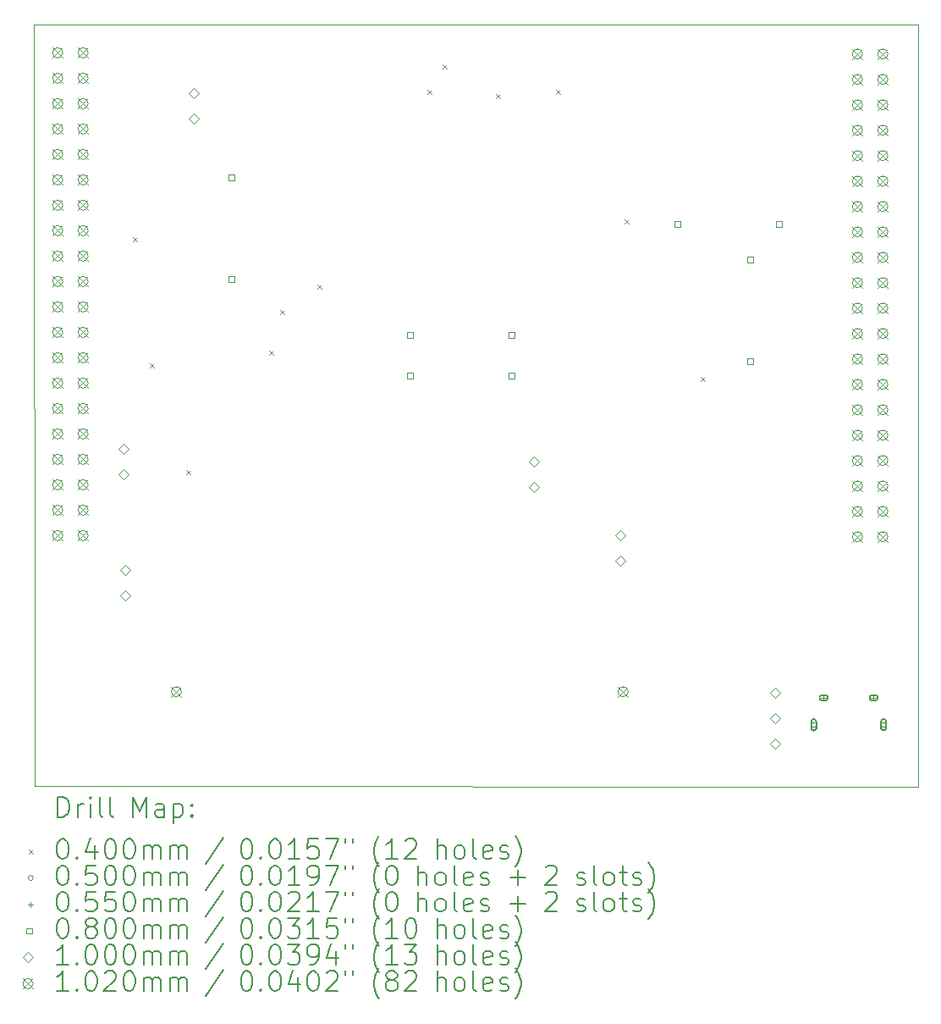
<source format=gbr>
%TF.GenerationSoftware,KiCad,Pcbnew,(7.0.0)*%
%TF.CreationDate,2023-04-04T11:35:40+02:00*%
%TF.ProjectId,overall scematic,6f766572-616c-46c2-9073-63656d617469,rev?*%
%TF.SameCoordinates,Original*%
%TF.FileFunction,Drillmap*%
%TF.FilePolarity,Positive*%
%FSLAX45Y45*%
G04 Gerber Fmt 4.5, Leading zero omitted, Abs format (unit mm)*
G04 Created by KiCad (PCBNEW (7.0.0)) date 2023-04-04 11:35:40*
%MOMM*%
%LPD*%
G01*
G04 APERTURE LIST*
%ADD10C,0.100000*%
%ADD11C,0.200000*%
%ADD12C,0.040000*%
%ADD13C,0.050000*%
%ADD14C,0.055000*%
%ADD15C,0.080000*%
%ADD16C,0.102000*%
G04 APERTURE END LIST*
D10*
X13970000Y-13957300D02*
X5130800Y-13944600D01*
X5130800Y-13944600D02*
X5118100Y-6337300D01*
X5118100Y-6337300D02*
X13970000Y-6337300D01*
X13970000Y-6337300D02*
X13970000Y-13957300D01*
D11*
D12*
X6114100Y-8463600D02*
X6154100Y-8503600D01*
X6154100Y-8463600D02*
X6114100Y-8503600D01*
X6279200Y-9720900D02*
X6319200Y-9760900D01*
X6319200Y-9720900D02*
X6279200Y-9760900D01*
X6647500Y-10787700D02*
X6687500Y-10827700D01*
X6687500Y-10787700D02*
X6647500Y-10827700D01*
X7473000Y-9593900D02*
X7513000Y-9633900D01*
X7513000Y-9593900D02*
X7473000Y-9633900D01*
X7587300Y-9187500D02*
X7627300Y-9227500D01*
X7627300Y-9187500D02*
X7587300Y-9227500D01*
X7955600Y-8933500D02*
X7995600Y-8973500D01*
X7995600Y-8933500D02*
X7955600Y-8973500D01*
X9060500Y-6990400D02*
X9100500Y-7030400D01*
X9100500Y-6990400D02*
X9060500Y-7030400D01*
X9212900Y-6736400D02*
X9252900Y-6776400D01*
X9252900Y-6736400D02*
X9212900Y-6776400D01*
X9746300Y-7028500D02*
X9786300Y-7068500D01*
X9786300Y-7028500D02*
X9746300Y-7068500D01*
X10343200Y-6990400D02*
X10383200Y-7030400D01*
X10383200Y-6990400D02*
X10343200Y-7030400D01*
X11029000Y-8285800D02*
X11069000Y-8325800D01*
X11069000Y-8285800D02*
X11029000Y-8325800D01*
X11791000Y-9860600D02*
X11831000Y-9900600D01*
X11831000Y-9860600D02*
X11791000Y-9900600D01*
D13*
X12948100Y-13335000D02*
G75*
G03*
X12948100Y-13335000I-25000J0D01*
G01*
D11*
X12898100Y-13302500D02*
X12898100Y-13367500D01*
X12898100Y-13367500D02*
G75*
G03*
X12948100Y-13367500I25000J0D01*
G01*
X12948100Y-13367500D02*
X12948100Y-13302500D01*
X12948100Y-13302500D02*
G75*
G03*
X12898100Y-13302500I-25000J0D01*
G01*
D13*
X13648100Y-13335000D02*
G75*
G03*
X13648100Y-13335000I-25000J0D01*
G01*
D11*
X13598100Y-13302500D02*
X13598100Y-13367500D01*
X13598100Y-13367500D02*
G75*
G03*
X13648100Y-13367500I25000J0D01*
G01*
X13648100Y-13367500D02*
X13648100Y-13302500D01*
X13648100Y-13302500D02*
G75*
G03*
X13598100Y-13302500I-25000J0D01*
G01*
D14*
X13023100Y-13037500D02*
X13023100Y-13092500D01*
X12995600Y-13065000D02*
X13050600Y-13065000D01*
D11*
X13008100Y-13092500D02*
X13038100Y-13092500D01*
X13038100Y-13092500D02*
G75*
G03*
X13038100Y-13037500I0J27500D01*
G01*
X13038100Y-13037500D02*
X13008100Y-13037500D01*
X13008100Y-13037500D02*
G75*
G03*
X13008100Y-13092500I0J-27500D01*
G01*
D14*
X13523100Y-13037500D02*
X13523100Y-13092500D01*
X13495600Y-13065000D02*
X13550600Y-13065000D01*
D11*
X13508100Y-13092500D02*
X13538100Y-13092500D01*
X13538100Y-13092500D02*
G75*
G03*
X13538100Y-13037500I0J27500D01*
G01*
X13538100Y-13037500D02*
X13508100Y-13037500D01*
X13508100Y-13037500D02*
G75*
G03*
X13508100Y-13092500I0J-27500D01*
G01*
D15*
X7127584Y-7889584D02*
X7127584Y-7833015D01*
X7071015Y-7833015D01*
X7071015Y-7889584D01*
X7127584Y-7889584D01*
X7127584Y-8905585D02*
X7127584Y-8849016D01*
X7071015Y-8849016D01*
X7071015Y-8905585D01*
X7127584Y-8905585D01*
X8913285Y-9466285D02*
X8913285Y-9409716D01*
X8856716Y-9409716D01*
X8856716Y-9466285D01*
X8913285Y-9466285D01*
X8913285Y-9871285D02*
X8913285Y-9814716D01*
X8856716Y-9814716D01*
X8856716Y-9871285D01*
X8913285Y-9871285D01*
X9929285Y-9466285D02*
X9929285Y-9409716D01*
X9872716Y-9409716D01*
X9872716Y-9466285D01*
X9929285Y-9466285D01*
X9929285Y-9871285D02*
X9929285Y-9814716D01*
X9872716Y-9814716D01*
X9872716Y-9871285D01*
X9929285Y-9871285D01*
X11585284Y-8359484D02*
X11585284Y-8302915D01*
X11528715Y-8302915D01*
X11528715Y-8359484D01*
X11585284Y-8359484D01*
X12312884Y-8710185D02*
X12312884Y-8653616D01*
X12256315Y-8653616D01*
X12256315Y-8710185D01*
X12312884Y-8710185D01*
X12312884Y-9726185D02*
X12312884Y-9669616D01*
X12256315Y-9669616D01*
X12256315Y-9726185D01*
X12312884Y-9726185D01*
X12601284Y-8359484D02*
X12601284Y-8302915D01*
X12544715Y-8302915D01*
X12544715Y-8359484D01*
X12601284Y-8359484D01*
D10*
X6019800Y-10629100D02*
X6069800Y-10579100D01*
X6019800Y-10529100D01*
X5969800Y-10579100D01*
X6019800Y-10629100D01*
X6019800Y-10883100D02*
X6069800Y-10833100D01*
X6019800Y-10783100D01*
X5969800Y-10833100D01*
X6019800Y-10883100D01*
X6032500Y-11835600D02*
X6082500Y-11785600D01*
X6032500Y-11735600D01*
X5982500Y-11785600D01*
X6032500Y-11835600D01*
X6032500Y-12089600D02*
X6082500Y-12039600D01*
X6032500Y-11989600D01*
X5982500Y-12039600D01*
X6032500Y-12089600D01*
X6718300Y-7073600D02*
X6768300Y-7023600D01*
X6718300Y-6973600D01*
X6668300Y-7023600D01*
X6718300Y-7073600D01*
X6718300Y-7327600D02*
X6768300Y-7277600D01*
X6718300Y-7227600D01*
X6668300Y-7277600D01*
X6718300Y-7327600D01*
X10121900Y-10756600D02*
X10171900Y-10706600D01*
X10121900Y-10656600D01*
X10071900Y-10706600D01*
X10121900Y-10756600D01*
X10121900Y-11010600D02*
X10171900Y-10960600D01*
X10121900Y-10910600D01*
X10071900Y-10960600D01*
X10121900Y-11010600D01*
X10985500Y-11492200D02*
X11035500Y-11442200D01*
X10985500Y-11392200D01*
X10935500Y-11442200D01*
X10985500Y-11492200D01*
X10985500Y-11746200D02*
X11035500Y-11696200D01*
X10985500Y-11646200D01*
X10935500Y-11696200D01*
X10985500Y-11746200D01*
X12538600Y-13067500D02*
X12588600Y-13017500D01*
X12538600Y-12967500D01*
X12488600Y-13017500D01*
X12538600Y-13067500D01*
X12538600Y-13321500D02*
X12588600Y-13271500D01*
X12538600Y-13221500D01*
X12488600Y-13271500D01*
X12538600Y-13321500D01*
X12538600Y-13575500D02*
X12588600Y-13525500D01*
X12538600Y-13475500D01*
X12488600Y-13525500D01*
X12538600Y-13575500D01*
D16*
X5308400Y-6565700D02*
X5410400Y-6667700D01*
X5410400Y-6565700D02*
X5308400Y-6667700D01*
X5410400Y-6616700D02*
G75*
G03*
X5410400Y-6616700I-51000J0D01*
G01*
X5308400Y-6819700D02*
X5410400Y-6921700D01*
X5410400Y-6819700D02*
X5308400Y-6921700D01*
X5410400Y-6870700D02*
G75*
G03*
X5410400Y-6870700I-51000J0D01*
G01*
X5308400Y-7073700D02*
X5410400Y-7175700D01*
X5410400Y-7073700D02*
X5308400Y-7175700D01*
X5410400Y-7124700D02*
G75*
G03*
X5410400Y-7124700I-51000J0D01*
G01*
X5308400Y-7327700D02*
X5410400Y-7429700D01*
X5410400Y-7327700D02*
X5308400Y-7429700D01*
X5410400Y-7378700D02*
G75*
G03*
X5410400Y-7378700I-51000J0D01*
G01*
X5308400Y-7581700D02*
X5410400Y-7683700D01*
X5410400Y-7581700D02*
X5308400Y-7683700D01*
X5410400Y-7632700D02*
G75*
G03*
X5410400Y-7632700I-51000J0D01*
G01*
X5308400Y-7835700D02*
X5410400Y-7937700D01*
X5410400Y-7835700D02*
X5308400Y-7937700D01*
X5410400Y-7886700D02*
G75*
G03*
X5410400Y-7886700I-51000J0D01*
G01*
X5308400Y-8089700D02*
X5410400Y-8191700D01*
X5410400Y-8089700D02*
X5308400Y-8191700D01*
X5410400Y-8140700D02*
G75*
G03*
X5410400Y-8140700I-51000J0D01*
G01*
X5308400Y-8343700D02*
X5410400Y-8445700D01*
X5410400Y-8343700D02*
X5308400Y-8445700D01*
X5410400Y-8394700D02*
G75*
G03*
X5410400Y-8394700I-51000J0D01*
G01*
X5308400Y-8597700D02*
X5410400Y-8699700D01*
X5410400Y-8597700D02*
X5308400Y-8699700D01*
X5410400Y-8648700D02*
G75*
G03*
X5410400Y-8648700I-51000J0D01*
G01*
X5308400Y-8851700D02*
X5410400Y-8953700D01*
X5410400Y-8851700D02*
X5308400Y-8953700D01*
X5410400Y-8902700D02*
G75*
G03*
X5410400Y-8902700I-51000J0D01*
G01*
X5308400Y-9105700D02*
X5410400Y-9207700D01*
X5410400Y-9105700D02*
X5308400Y-9207700D01*
X5410400Y-9156700D02*
G75*
G03*
X5410400Y-9156700I-51000J0D01*
G01*
X5308400Y-9359700D02*
X5410400Y-9461700D01*
X5410400Y-9359700D02*
X5308400Y-9461700D01*
X5410400Y-9410700D02*
G75*
G03*
X5410400Y-9410700I-51000J0D01*
G01*
X5308400Y-9613700D02*
X5410400Y-9715700D01*
X5410400Y-9613700D02*
X5308400Y-9715700D01*
X5410400Y-9664700D02*
G75*
G03*
X5410400Y-9664700I-51000J0D01*
G01*
X5308400Y-9867700D02*
X5410400Y-9969700D01*
X5410400Y-9867700D02*
X5308400Y-9969700D01*
X5410400Y-9918700D02*
G75*
G03*
X5410400Y-9918700I-51000J0D01*
G01*
X5308400Y-10121700D02*
X5410400Y-10223700D01*
X5410400Y-10121700D02*
X5308400Y-10223700D01*
X5410400Y-10172700D02*
G75*
G03*
X5410400Y-10172700I-51000J0D01*
G01*
X5308400Y-10375700D02*
X5410400Y-10477700D01*
X5410400Y-10375700D02*
X5308400Y-10477700D01*
X5410400Y-10426700D02*
G75*
G03*
X5410400Y-10426700I-51000J0D01*
G01*
X5308400Y-10629700D02*
X5410400Y-10731700D01*
X5410400Y-10629700D02*
X5308400Y-10731700D01*
X5410400Y-10680700D02*
G75*
G03*
X5410400Y-10680700I-51000J0D01*
G01*
X5308400Y-10883700D02*
X5410400Y-10985700D01*
X5410400Y-10883700D02*
X5308400Y-10985700D01*
X5410400Y-10934700D02*
G75*
G03*
X5410400Y-10934700I-51000J0D01*
G01*
X5308400Y-11137700D02*
X5410400Y-11239700D01*
X5410400Y-11137700D02*
X5308400Y-11239700D01*
X5410400Y-11188700D02*
G75*
G03*
X5410400Y-11188700I-51000J0D01*
G01*
X5308400Y-11391700D02*
X5410400Y-11493700D01*
X5410400Y-11391700D02*
X5308400Y-11493700D01*
X5410400Y-11442700D02*
G75*
G03*
X5410400Y-11442700I-51000J0D01*
G01*
X5562400Y-6565700D02*
X5664400Y-6667700D01*
X5664400Y-6565700D02*
X5562400Y-6667700D01*
X5664400Y-6616700D02*
G75*
G03*
X5664400Y-6616700I-51000J0D01*
G01*
X5562400Y-6819700D02*
X5664400Y-6921700D01*
X5664400Y-6819700D02*
X5562400Y-6921700D01*
X5664400Y-6870700D02*
G75*
G03*
X5664400Y-6870700I-51000J0D01*
G01*
X5562400Y-7073700D02*
X5664400Y-7175700D01*
X5664400Y-7073700D02*
X5562400Y-7175700D01*
X5664400Y-7124700D02*
G75*
G03*
X5664400Y-7124700I-51000J0D01*
G01*
X5562400Y-7327700D02*
X5664400Y-7429700D01*
X5664400Y-7327700D02*
X5562400Y-7429700D01*
X5664400Y-7378700D02*
G75*
G03*
X5664400Y-7378700I-51000J0D01*
G01*
X5562400Y-7581700D02*
X5664400Y-7683700D01*
X5664400Y-7581700D02*
X5562400Y-7683700D01*
X5664400Y-7632700D02*
G75*
G03*
X5664400Y-7632700I-51000J0D01*
G01*
X5562400Y-7835700D02*
X5664400Y-7937700D01*
X5664400Y-7835700D02*
X5562400Y-7937700D01*
X5664400Y-7886700D02*
G75*
G03*
X5664400Y-7886700I-51000J0D01*
G01*
X5562400Y-8089700D02*
X5664400Y-8191700D01*
X5664400Y-8089700D02*
X5562400Y-8191700D01*
X5664400Y-8140700D02*
G75*
G03*
X5664400Y-8140700I-51000J0D01*
G01*
X5562400Y-8343700D02*
X5664400Y-8445700D01*
X5664400Y-8343700D02*
X5562400Y-8445700D01*
X5664400Y-8394700D02*
G75*
G03*
X5664400Y-8394700I-51000J0D01*
G01*
X5562400Y-8597700D02*
X5664400Y-8699700D01*
X5664400Y-8597700D02*
X5562400Y-8699700D01*
X5664400Y-8648700D02*
G75*
G03*
X5664400Y-8648700I-51000J0D01*
G01*
X5562400Y-8851700D02*
X5664400Y-8953700D01*
X5664400Y-8851700D02*
X5562400Y-8953700D01*
X5664400Y-8902700D02*
G75*
G03*
X5664400Y-8902700I-51000J0D01*
G01*
X5562400Y-9105700D02*
X5664400Y-9207700D01*
X5664400Y-9105700D02*
X5562400Y-9207700D01*
X5664400Y-9156700D02*
G75*
G03*
X5664400Y-9156700I-51000J0D01*
G01*
X5562400Y-9359700D02*
X5664400Y-9461700D01*
X5664400Y-9359700D02*
X5562400Y-9461700D01*
X5664400Y-9410700D02*
G75*
G03*
X5664400Y-9410700I-51000J0D01*
G01*
X5562400Y-9613700D02*
X5664400Y-9715700D01*
X5664400Y-9613700D02*
X5562400Y-9715700D01*
X5664400Y-9664700D02*
G75*
G03*
X5664400Y-9664700I-51000J0D01*
G01*
X5562400Y-9867700D02*
X5664400Y-9969700D01*
X5664400Y-9867700D02*
X5562400Y-9969700D01*
X5664400Y-9918700D02*
G75*
G03*
X5664400Y-9918700I-51000J0D01*
G01*
X5562400Y-10121700D02*
X5664400Y-10223700D01*
X5664400Y-10121700D02*
X5562400Y-10223700D01*
X5664400Y-10172700D02*
G75*
G03*
X5664400Y-10172700I-51000J0D01*
G01*
X5562400Y-10375700D02*
X5664400Y-10477700D01*
X5664400Y-10375700D02*
X5562400Y-10477700D01*
X5664400Y-10426700D02*
G75*
G03*
X5664400Y-10426700I-51000J0D01*
G01*
X5562400Y-10629700D02*
X5664400Y-10731700D01*
X5664400Y-10629700D02*
X5562400Y-10731700D01*
X5664400Y-10680700D02*
G75*
G03*
X5664400Y-10680700I-51000J0D01*
G01*
X5562400Y-10883700D02*
X5664400Y-10985700D01*
X5664400Y-10883700D02*
X5562400Y-10985700D01*
X5664400Y-10934700D02*
G75*
G03*
X5664400Y-10934700I-51000J0D01*
G01*
X5562400Y-11137700D02*
X5664400Y-11239700D01*
X5664400Y-11137700D02*
X5562400Y-11239700D01*
X5664400Y-11188700D02*
G75*
G03*
X5664400Y-11188700I-51000J0D01*
G01*
X5562400Y-11391700D02*
X5664400Y-11493700D01*
X5664400Y-11391700D02*
X5562400Y-11493700D01*
X5664400Y-11442700D02*
G75*
G03*
X5664400Y-11442700I-51000J0D01*
G01*
X6494700Y-12953800D02*
X6596700Y-13055800D01*
X6596700Y-12953800D02*
X6494700Y-13055800D01*
X6596700Y-13004800D02*
G75*
G03*
X6596700Y-13004800I-51000J0D01*
G01*
X10964700Y-12953800D02*
X11066700Y-13055800D01*
X11066700Y-12953800D02*
X10964700Y-13055800D01*
X11066700Y-13004800D02*
G75*
G03*
X11066700Y-13004800I-51000J0D01*
G01*
X13309400Y-6578400D02*
X13411400Y-6680400D01*
X13411400Y-6578400D02*
X13309400Y-6680400D01*
X13411400Y-6629400D02*
G75*
G03*
X13411400Y-6629400I-51000J0D01*
G01*
X13309400Y-6832400D02*
X13411400Y-6934400D01*
X13411400Y-6832400D02*
X13309400Y-6934400D01*
X13411400Y-6883400D02*
G75*
G03*
X13411400Y-6883400I-51000J0D01*
G01*
X13309400Y-7086400D02*
X13411400Y-7188400D01*
X13411400Y-7086400D02*
X13309400Y-7188400D01*
X13411400Y-7137400D02*
G75*
G03*
X13411400Y-7137400I-51000J0D01*
G01*
X13309400Y-7340400D02*
X13411400Y-7442400D01*
X13411400Y-7340400D02*
X13309400Y-7442400D01*
X13411400Y-7391400D02*
G75*
G03*
X13411400Y-7391400I-51000J0D01*
G01*
X13309400Y-7594400D02*
X13411400Y-7696400D01*
X13411400Y-7594400D02*
X13309400Y-7696400D01*
X13411400Y-7645400D02*
G75*
G03*
X13411400Y-7645400I-51000J0D01*
G01*
X13309400Y-7848400D02*
X13411400Y-7950400D01*
X13411400Y-7848400D02*
X13309400Y-7950400D01*
X13411400Y-7899400D02*
G75*
G03*
X13411400Y-7899400I-51000J0D01*
G01*
X13309400Y-8102400D02*
X13411400Y-8204400D01*
X13411400Y-8102400D02*
X13309400Y-8204400D01*
X13411400Y-8153400D02*
G75*
G03*
X13411400Y-8153400I-51000J0D01*
G01*
X13309400Y-8356400D02*
X13411400Y-8458400D01*
X13411400Y-8356400D02*
X13309400Y-8458400D01*
X13411400Y-8407400D02*
G75*
G03*
X13411400Y-8407400I-51000J0D01*
G01*
X13309400Y-8610400D02*
X13411400Y-8712400D01*
X13411400Y-8610400D02*
X13309400Y-8712400D01*
X13411400Y-8661400D02*
G75*
G03*
X13411400Y-8661400I-51000J0D01*
G01*
X13309400Y-8864400D02*
X13411400Y-8966400D01*
X13411400Y-8864400D02*
X13309400Y-8966400D01*
X13411400Y-8915400D02*
G75*
G03*
X13411400Y-8915400I-51000J0D01*
G01*
X13309400Y-9118400D02*
X13411400Y-9220400D01*
X13411400Y-9118400D02*
X13309400Y-9220400D01*
X13411400Y-9169400D02*
G75*
G03*
X13411400Y-9169400I-51000J0D01*
G01*
X13309400Y-9372400D02*
X13411400Y-9474400D01*
X13411400Y-9372400D02*
X13309400Y-9474400D01*
X13411400Y-9423400D02*
G75*
G03*
X13411400Y-9423400I-51000J0D01*
G01*
X13309400Y-9626400D02*
X13411400Y-9728400D01*
X13411400Y-9626400D02*
X13309400Y-9728400D01*
X13411400Y-9677400D02*
G75*
G03*
X13411400Y-9677400I-51000J0D01*
G01*
X13309400Y-9880400D02*
X13411400Y-9982400D01*
X13411400Y-9880400D02*
X13309400Y-9982400D01*
X13411400Y-9931400D02*
G75*
G03*
X13411400Y-9931400I-51000J0D01*
G01*
X13309400Y-10134400D02*
X13411400Y-10236400D01*
X13411400Y-10134400D02*
X13309400Y-10236400D01*
X13411400Y-10185400D02*
G75*
G03*
X13411400Y-10185400I-51000J0D01*
G01*
X13309400Y-10388400D02*
X13411400Y-10490400D01*
X13411400Y-10388400D02*
X13309400Y-10490400D01*
X13411400Y-10439400D02*
G75*
G03*
X13411400Y-10439400I-51000J0D01*
G01*
X13309400Y-10642400D02*
X13411400Y-10744400D01*
X13411400Y-10642400D02*
X13309400Y-10744400D01*
X13411400Y-10693400D02*
G75*
G03*
X13411400Y-10693400I-51000J0D01*
G01*
X13309400Y-10896400D02*
X13411400Y-10998400D01*
X13411400Y-10896400D02*
X13309400Y-10998400D01*
X13411400Y-10947400D02*
G75*
G03*
X13411400Y-10947400I-51000J0D01*
G01*
X13309400Y-11150400D02*
X13411400Y-11252400D01*
X13411400Y-11150400D02*
X13309400Y-11252400D01*
X13411400Y-11201400D02*
G75*
G03*
X13411400Y-11201400I-51000J0D01*
G01*
X13309400Y-11404400D02*
X13411400Y-11506400D01*
X13411400Y-11404400D02*
X13309400Y-11506400D01*
X13411400Y-11455400D02*
G75*
G03*
X13411400Y-11455400I-51000J0D01*
G01*
X13563400Y-6578400D02*
X13665400Y-6680400D01*
X13665400Y-6578400D02*
X13563400Y-6680400D01*
X13665400Y-6629400D02*
G75*
G03*
X13665400Y-6629400I-51000J0D01*
G01*
X13563400Y-6832400D02*
X13665400Y-6934400D01*
X13665400Y-6832400D02*
X13563400Y-6934400D01*
X13665400Y-6883400D02*
G75*
G03*
X13665400Y-6883400I-51000J0D01*
G01*
X13563400Y-7086400D02*
X13665400Y-7188400D01*
X13665400Y-7086400D02*
X13563400Y-7188400D01*
X13665400Y-7137400D02*
G75*
G03*
X13665400Y-7137400I-51000J0D01*
G01*
X13563400Y-7340400D02*
X13665400Y-7442400D01*
X13665400Y-7340400D02*
X13563400Y-7442400D01*
X13665400Y-7391400D02*
G75*
G03*
X13665400Y-7391400I-51000J0D01*
G01*
X13563400Y-7594400D02*
X13665400Y-7696400D01*
X13665400Y-7594400D02*
X13563400Y-7696400D01*
X13665400Y-7645400D02*
G75*
G03*
X13665400Y-7645400I-51000J0D01*
G01*
X13563400Y-7848400D02*
X13665400Y-7950400D01*
X13665400Y-7848400D02*
X13563400Y-7950400D01*
X13665400Y-7899400D02*
G75*
G03*
X13665400Y-7899400I-51000J0D01*
G01*
X13563400Y-8102400D02*
X13665400Y-8204400D01*
X13665400Y-8102400D02*
X13563400Y-8204400D01*
X13665400Y-8153400D02*
G75*
G03*
X13665400Y-8153400I-51000J0D01*
G01*
X13563400Y-8356400D02*
X13665400Y-8458400D01*
X13665400Y-8356400D02*
X13563400Y-8458400D01*
X13665400Y-8407400D02*
G75*
G03*
X13665400Y-8407400I-51000J0D01*
G01*
X13563400Y-8610400D02*
X13665400Y-8712400D01*
X13665400Y-8610400D02*
X13563400Y-8712400D01*
X13665400Y-8661400D02*
G75*
G03*
X13665400Y-8661400I-51000J0D01*
G01*
X13563400Y-8864400D02*
X13665400Y-8966400D01*
X13665400Y-8864400D02*
X13563400Y-8966400D01*
X13665400Y-8915400D02*
G75*
G03*
X13665400Y-8915400I-51000J0D01*
G01*
X13563400Y-9118400D02*
X13665400Y-9220400D01*
X13665400Y-9118400D02*
X13563400Y-9220400D01*
X13665400Y-9169400D02*
G75*
G03*
X13665400Y-9169400I-51000J0D01*
G01*
X13563400Y-9372400D02*
X13665400Y-9474400D01*
X13665400Y-9372400D02*
X13563400Y-9474400D01*
X13665400Y-9423400D02*
G75*
G03*
X13665400Y-9423400I-51000J0D01*
G01*
X13563400Y-9626400D02*
X13665400Y-9728400D01*
X13665400Y-9626400D02*
X13563400Y-9728400D01*
X13665400Y-9677400D02*
G75*
G03*
X13665400Y-9677400I-51000J0D01*
G01*
X13563400Y-9880400D02*
X13665400Y-9982400D01*
X13665400Y-9880400D02*
X13563400Y-9982400D01*
X13665400Y-9931400D02*
G75*
G03*
X13665400Y-9931400I-51000J0D01*
G01*
X13563400Y-10134400D02*
X13665400Y-10236400D01*
X13665400Y-10134400D02*
X13563400Y-10236400D01*
X13665400Y-10185400D02*
G75*
G03*
X13665400Y-10185400I-51000J0D01*
G01*
X13563400Y-10388400D02*
X13665400Y-10490400D01*
X13665400Y-10388400D02*
X13563400Y-10490400D01*
X13665400Y-10439400D02*
G75*
G03*
X13665400Y-10439400I-51000J0D01*
G01*
X13563400Y-10642400D02*
X13665400Y-10744400D01*
X13665400Y-10642400D02*
X13563400Y-10744400D01*
X13665400Y-10693400D02*
G75*
G03*
X13665400Y-10693400I-51000J0D01*
G01*
X13563400Y-10896400D02*
X13665400Y-10998400D01*
X13665400Y-10896400D02*
X13563400Y-10998400D01*
X13665400Y-10947400D02*
G75*
G03*
X13665400Y-10947400I-51000J0D01*
G01*
X13563400Y-11150400D02*
X13665400Y-11252400D01*
X13665400Y-11150400D02*
X13563400Y-11252400D01*
X13665400Y-11201400D02*
G75*
G03*
X13665400Y-11201400I-51000J0D01*
G01*
X13563400Y-11404400D02*
X13665400Y-11506400D01*
X13665400Y-11404400D02*
X13563400Y-11506400D01*
X13665400Y-11455400D02*
G75*
G03*
X13665400Y-11455400I-51000J0D01*
G01*
D11*
X5360719Y-14255776D02*
X5360719Y-14055776D01*
X5360719Y-14055776D02*
X5408338Y-14055776D01*
X5408338Y-14055776D02*
X5436910Y-14065300D01*
X5436910Y-14065300D02*
X5455957Y-14084348D01*
X5455957Y-14084348D02*
X5465481Y-14103395D01*
X5465481Y-14103395D02*
X5475005Y-14141490D01*
X5475005Y-14141490D02*
X5475005Y-14170062D01*
X5475005Y-14170062D02*
X5465481Y-14208157D01*
X5465481Y-14208157D02*
X5455957Y-14227205D01*
X5455957Y-14227205D02*
X5436910Y-14246252D01*
X5436910Y-14246252D02*
X5408338Y-14255776D01*
X5408338Y-14255776D02*
X5360719Y-14255776D01*
X5560719Y-14255776D02*
X5560719Y-14122443D01*
X5560719Y-14160538D02*
X5570243Y-14141490D01*
X5570243Y-14141490D02*
X5579767Y-14131967D01*
X5579767Y-14131967D02*
X5598814Y-14122443D01*
X5598814Y-14122443D02*
X5617862Y-14122443D01*
X5684528Y-14255776D02*
X5684528Y-14122443D01*
X5684528Y-14055776D02*
X5675005Y-14065300D01*
X5675005Y-14065300D02*
X5684528Y-14074824D01*
X5684528Y-14074824D02*
X5694052Y-14065300D01*
X5694052Y-14065300D02*
X5684528Y-14055776D01*
X5684528Y-14055776D02*
X5684528Y-14074824D01*
X5808338Y-14255776D02*
X5789290Y-14246252D01*
X5789290Y-14246252D02*
X5779767Y-14227205D01*
X5779767Y-14227205D02*
X5779767Y-14055776D01*
X5913100Y-14255776D02*
X5894052Y-14246252D01*
X5894052Y-14246252D02*
X5884528Y-14227205D01*
X5884528Y-14227205D02*
X5884528Y-14055776D01*
X6109290Y-14255776D02*
X6109290Y-14055776D01*
X6109290Y-14055776D02*
X6175957Y-14198633D01*
X6175957Y-14198633D02*
X6242624Y-14055776D01*
X6242624Y-14055776D02*
X6242624Y-14255776D01*
X6423576Y-14255776D02*
X6423576Y-14151014D01*
X6423576Y-14151014D02*
X6414052Y-14131967D01*
X6414052Y-14131967D02*
X6395005Y-14122443D01*
X6395005Y-14122443D02*
X6356909Y-14122443D01*
X6356909Y-14122443D02*
X6337862Y-14131967D01*
X6423576Y-14246252D02*
X6404528Y-14255776D01*
X6404528Y-14255776D02*
X6356909Y-14255776D01*
X6356909Y-14255776D02*
X6337862Y-14246252D01*
X6337862Y-14246252D02*
X6328338Y-14227205D01*
X6328338Y-14227205D02*
X6328338Y-14208157D01*
X6328338Y-14208157D02*
X6337862Y-14189109D01*
X6337862Y-14189109D02*
X6356909Y-14179586D01*
X6356909Y-14179586D02*
X6404528Y-14179586D01*
X6404528Y-14179586D02*
X6423576Y-14170062D01*
X6518814Y-14122443D02*
X6518814Y-14322443D01*
X6518814Y-14131967D02*
X6537862Y-14122443D01*
X6537862Y-14122443D02*
X6575957Y-14122443D01*
X6575957Y-14122443D02*
X6595005Y-14131967D01*
X6595005Y-14131967D02*
X6604528Y-14141490D01*
X6604528Y-14141490D02*
X6614052Y-14160538D01*
X6614052Y-14160538D02*
X6614052Y-14217681D01*
X6614052Y-14217681D02*
X6604528Y-14236728D01*
X6604528Y-14236728D02*
X6595005Y-14246252D01*
X6595005Y-14246252D02*
X6575957Y-14255776D01*
X6575957Y-14255776D02*
X6537862Y-14255776D01*
X6537862Y-14255776D02*
X6518814Y-14246252D01*
X6699767Y-14236728D02*
X6709290Y-14246252D01*
X6709290Y-14246252D02*
X6699767Y-14255776D01*
X6699767Y-14255776D02*
X6690243Y-14246252D01*
X6690243Y-14246252D02*
X6699767Y-14236728D01*
X6699767Y-14236728D02*
X6699767Y-14255776D01*
X6699767Y-14131967D02*
X6709290Y-14141490D01*
X6709290Y-14141490D02*
X6699767Y-14151014D01*
X6699767Y-14151014D02*
X6690243Y-14141490D01*
X6690243Y-14141490D02*
X6699767Y-14131967D01*
X6699767Y-14131967D02*
X6699767Y-14151014D01*
D12*
X5073100Y-14582300D02*
X5113100Y-14622300D01*
X5113100Y-14582300D02*
X5073100Y-14622300D01*
D11*
X5398814Y-14475776D02*
X5417862Y-14475776D01*
X5417862Y-14475776D02*
X5436910Y-14485300D01*
X5436910Y-14485300D02*
X5446433Y-14494824D01*
X5446433Y-14494824D02*
X5455957Y-14513871D01*
X5455957Y-14513871D02*
X5465481Y-14551967D01*
X5465481Y-14551967D02*
X5465481Y-14599586D01*
X5465481Y-14599586D02*
X5455957Y-14637681D01*
X5455957Y-14637681D02*
X5446433Y-14656728D01*
X5446433Y-14656728D02*
X5436910Y-14666252D01*
X5436910Y-14666252D02*
X5417862Y-14675776D01*
X5417862Y-14675776D02*
X5398814Y-14675776D01*
X5398814Y-14675776D02*
X5379767Y-14666252D01*
X5379767Y-14666252D02*
X5370243Y-14656728D01*
X5370243Y-14656728D02*
X5360719Y-14637681D01*
X5360719Y-14637681D02*
X5351195Y-14599586D01*
X5351195Y-14599586D02*
X5351195Y-14551967D01*
X5351195Y-14551967D02*
X5360719Y-14513871D01*
X5360719Y-14513871D02*
X5370243Y-14494824D01*
X5370243Y-14494824D02*
X5379767Y-14485300D01*
X5379767Y-14485300D02*
X5398814Y-14475776D01*
X5551195Y-14656728D02*
X5560719Y-14666252D01*
X5560719Y-14666252D02*
X5551195Y-14675776D01*
X5551195Y-14675776D02*
X5541671Y-14666252D01*
X5541671Y-14666252D02*
X5551195Y-14656728D01*
X5551195Y-14656728D02*
X5551195Y-14675776D01*
X5732148Y-14542443D02*
X5732148Y-14675776D01*
X5684528Y-14466252D02*
X5636909Y-14609109D01*
X5636909Y-14609109D02*
X5760719Y-14609109D01*
X5875005Y-14475776D02*
X5894052Y-14475776D01*
X5894052Y-14475776D02*
X5913100Y-14485300D01*
X5913100Y-14485300D02*
X5922624Y-14494824D01*
X5922624Y-14494824D02*
X5932148Y-14513871D01*
X5932148Y-14513871D02*
X5941671Y-14551967D01*
X5941671Y-14551967D02*
X5941671Y-14599586D01*
X5941671Y-14599586D02*
X5932148Y-14637681D01*
X5932148Y-14637681D02*
X5922624Y-14656728D01*
X5922624Y-14656728D02*
X5913100Y-14666252D01*
X5913100Y-14666252D02*
X5894052Y-14675776D01*
X5894052Y-14675776D02*
X5875005Y-14675776D01*
X5875005Y-14675776D02*
X5855957Y-14666252D01*
X5855957Y-14666252D02*
X5846433Y-14656728D01*
X5846433Y-14656728D02*
X5836909Y-14637681D01*
X5836909Y-14637681D02*
X5827386Y-14599586D01*
X5827386Y-14599586D02*
X5827386Y-14551967D01*
X5827386Y-14551967D02*
X5836909Y-14513871D01*
X5836909Y-14513871D02*
X5846433Y-14494824D01*
X5846433Y-14494824D02*
X5855957Y-14485300D01*
X5855957Y-14485300D02*
X5875005Y-14475776D01*
X6065481Y-14475776D02*
X6084529Y-14475776D01*
X6084529Y-14475776D02*
X6103576Y-14485300D01*
X6103576Y-14485300D02*
X6113100Y-14494824D01*
X6113100Y-14494824D02*
X6122624Y-14513871D01*
X6122624Y-14513871D02*
X6132148Y-14551967D01*
X6132148Y-14551967D02*
X6132148Y-14599586D01*
X6132148Y-14599586D02*
X6122624Y-14637681D01*
X6122624Y-14637681D02*
X6113100Y-14656728D01*
X6113100Y-14656728D02*
X6103576Y-14666252D01*
X6103576Y-14666252D02*
X6084529Y-14675776D01*
X6084529Y-14675776D02*
X6065481Y-14675776D01*
X6065481Y-14675776D02*
X6046433Y-14666252D01*
X6046433Y-14666252D02*
X6036909Y-14656728D01*
X6036909Y-14656728D02*
X6027386Y-14637681D01*
X6027386Y-14637681D02*
X6017862Y-14599586D01*
X6017862Y-14599586D02*
X6017862Y-14551967D01*
X6017862Y-14551967D02*
X6027386Y-14513871D01*
X6027386Y-14513871D02*
X6036909Y-14494824D01*
X6036909Y-14494824D02*
X6046433Y-14485300D01*
X6046433Y-14485300D02*
X6065481Y-14475776D01*
X6217862Y-14675776D02*
X6217862Y-14542443D01*
X6217862Y-14561490D02*
X6227386Y-14551967D01*
X6227386Y-14551967D02*
X6246433Y-14542443D01*
X6246433Y-14542443D02*
X6275005Y-14542443D01*
X6275005Y-14542443D02*
X6294052Y-14551967D01*
X6294052Y-14551967D02*
X6303576Y-14571014D01*
X6303576Y-14571014D02*
X6303576Y-14675776D01*
X6303576Y-14571014D02*
X6313100Y-14551967D01*
X6313100Y-14551967D02*
X6332148Y-14542443D01*
X6332148Y-14542443D02*
X6360719Y-14542443D01*
X6360719Y-14542443D02*
X6379767Y-14551967D01*
X6379767Y-14551967D02*
X6389290Y-14571014D01*
X6389290Y-14571014D02*
X6389290Y-14675776D01*
X6484529Y-14675776D02*
X6484529Y-14542443D01*
X6484529Y-14561490D02*
X6494052Y-14551967D01*
X6494052Y-14551967D02*
X6513100Y-14542443D01*
X6513100Y-14542443D02*
X6541671Y-14542443D01*
X6541671Y-14542443D02*
X6560719Y-14551967D01*
X6560719Y-14551967D02*
X6570243Y-14571014D01*
X6570243Y-14571014D02*
X6570243Y-14675776D01*
X6570243Y-14571014D02*
X6579767Y-14551967D01*
X6579767Y-14551967D02*
X6598814Y-14542443D01*
X6598814Y-14542443D02*
X6627386Y-14542443D01*
X6627386Y-14542443D02*
X6646433Y-14551967D01*
X6646433Y-14551967D02*
X6655957Y-14571014D01*
X6655957Y-14571014D02*
X6655957Y-14675776D01*
X7014052Y-14466252D02*
X6842624Y-14723395D01*
X7238814Y-14475776D02*
X7257862Y-14475776D01*
X7257862Y-14475776D02*
X7276910Y-14485300D01*
X7276910Y-14485300D02*
X7286433Y-14494824D01*
X7286433Y-14494824D02*
X7295957Y-14513871D01*
X7295957Y-14513871D02*
X7305481Y-14551967D01*
X7305481Y-14551967D02*
X7305481Y-14599586D01*
X7305481Y-14599586D02*
X7295957Y-14637681D01*
X7295957Y-14637681D02*
X7286433Y-14656728D01*
X7286433Y-14656728D02*
X7276910Y-14666252D01*
X7276910Y-14666252D02*
X7257862Y-14675776D01*
X7257862Y-14675776D02*
X7238814Y-14675776D01*
X7238814Y-14675776D02*
X7219767Y-14666252D01*
X7219767Y-14666252D02*
X7210243Y-14656728D01*
X7210243Y-14656728D02*
X7200719Y-14637681D01*
X7200719Y-14637681D02*
X7191195Y-14599586D01*
X7191195Y-14599586D02*
X7191195Y-14551967D01*
X7191195Y-14551967D02*
X7200719Y-14513871D01*
X7200719Y-14513871D02*
X7210243Y-14494824D01*
X7210243Y-14494824D02*
X7219767Y-14485300D01*
X7219767Y-14485300D02*
X7238814Y-14475776D01*
X7391195Y-14656728D02*
X7400719Y-14666252D01*
X7400719Y-14666252D02*
X7391195Y-14675776D01*
X7391195Y-14675776D02*
X7381671Y-14666252D01*
X7381671Y-14666252D02*
X7391195Y-14656728D01*
X7391195Y-14656728D02*
X7391195Y-14675776D01*
X7524529Y-14475776D02*
X7543576Y-14475776D01*
X7543576Y-14475776D02*
X7562624Y-14485300D01*
X7562624Y-14485300D02*
X7572148Y-14494824D01*
X7572148Y-14494824D02*
X7581671Y-14513871D01*
X7581671Y-14513871D02*
X7591195Y-14551967D01*
X7591195Y-14551967D02*
X7591195Y-14599586D01*
X7591195Y-14599586D02*
X7581671Y-14637681D01*
X7581671Y-14637681D02*
X7572148Y-14656728D01*
X7572148Y-14656728D02*
X7562624Y-14666252D01*
X7562624Y-14666252D02*
X7543576Y-14675776D01*
X7543576Y-14675776D02*
X7524529Y-14675776D01*
X7524529Y-14675776D02*
X7505481Y-14666252D01*
X7505481Y-14666252D02*
X7495957Y-14656728D01*
X7495957Y-14656728D02*
X7486433Y-14637681D01*
X7486433Y-14637681D02*
X7476910Y-14599586D01*
X7476910Y-14599586D02*
X7476910Y-14551967D01*
X7476910Y-14551967D02*
X7486433Y-14513871D01*
X7486433Y-14513871D02*
X7495957Y-14494824D01*
X7495957Y-14494824D02*
X7505481Y-14485300D01*
X7505481Y-14485300D02*
X7524529Y-14475776D01*
X7781671Y-14675776D02*
X7667386Y-14675776D01*
X7724529Y-14675776D02*
X7724529Y-14475776D01*
X7724529Y-14475776D02*
X7705481Y-14504348D01*
X7705481Y-14504348D02*
X7686433Y-14523395D01*
X7686433Y-14523395D02*
X7667386Y-14532919D01*
X7962624Y-14475776D02*
X7867386Y-14475776D01*
X7867386Y-14475776D02*
X7857862Y-14571014D01*
X7857862Y-14571014D02*
X7867386Y-14561490D01*
X7867386Y-14561490D02*
X7886433Y-14551967D01*
X7886433Y-14551967D02*
X7934052Y-14551967D01*
X7934052Y-14551967D02*
X7953100Y-14561490D01*
X7953100Y-14561490D02*
X7962624Y-14571014D01*
X7962624Y-14571014D02*
X7972148Y-14590062D01*
X7972148Y-14590062D02*
X7972148Y-14637681D01*
X7972148Y-14637681D02*
X7962624Y-14656728D01*
X7962624Y-14656728D02*
X7953100Y-14666252D01*
X7953100Y-14666252D02*
X7934052Y-14675776D01*
X7934052Y-14675776D02*
X7886433Y-14675776D01*
X7886433Y-14675776D02*
X7867386Y-14666252D01*
X7867386Y-14666252D02*
X7857862Y-14656728D01*
X8038814Y-14475776D02*
X8172148Y-14475776D01*
X8172148Y-14475776D02*
X8086433Y-14675776D01*
X8238814Y-14475776D02*
X8238814Y-14513871D01*
X8315005Y-14475776D02*
X8315005Y-14513871D01*
X8577862Y-14751967D02*
X8568338Y-14742443D01*
X8568338Y-14742443D02*
X8549291Y-14713871D01*
X8549291Y-14713871D02*
X8539767Y-14694824D01*
X8539767Y-14694824D02*
X8530243Y-14666252D01*
X8530243Y-14666252D02*
X8520719Y-14618633D01*
X8520719Y-14618633D02*
X8520719Y-14580538D01*
X8520719Y-14580538D02*
X8530243Y-14532919D01*
X8530243Y-14532919D02*
X8539767Y-14504348D01*
X8539767Y-14504348D02*
X8549291Y-14485300D01*
X8549291Y-14485300D02*
X8568338Y-14456728D01*
X8568338Y-14456728D02*
X8577862Y-14447205D01*
X8758814Y-14675776D02*
X8644529Y-14675776D01*
X8701672Y-14675776D02*
X8701672Y-14475776D01*
X8701672Y-14475776D02*
X8682624Y-14504348D01*
X8682624Y-14504348D02*
X8663576Y-14523395D01*
X8663576Y-14523395D02*
X8644529Y-14532919D01*
X8835005Y-14494824D02*
X8844529Y-14485300D01*
X8844529Y-14485300D02*
X8863576Y-14475776D01*
X8863576Y-14475776D02*
X8911195Y-14475776D01*
X8911195Y-14475776D02*
X8930243Y-14485300D01*
X8930243Y-14485300D02*
X8939767Y-14494824D01*
X8939767Y-14494824D02*
X8949291Y-14513871D01*
X8949291Y-14513871D02*
X8949291Y-14532919D01*
X8949291Y-14532919D02*
X8939767Y-14561490D01*
X8939767Y-14561490D02*
X8825481Y-14675776D01*
X8825481Y-14675776D02*
X8949291Y-14675776D01*
X9155005Y-14675776D02*
X9155005Y-14475776D01*
X9240719Y-14675776D02*
X9240719Y-14571014D01*
X9240719Y-14571014D02*
X9231195Y-14551967D01*
X9231195Y-14551967D02*
X9212148Y-14542443D01*
X9212148Y-14542443D02*
X9183576Y-14542443D01*
X9183576Y-14542443D02*
X9164529Y-14551967D01*
X9164529Y-14551967D02*
X9155005Y-14561490D01*
X9364529Y-14675776D02*
X9345481Y-14666252D01*
X9345481Y-14666252D02*
X9335957Y-14656728D01*
X9335957Y-14656728D02*
X9326434Y-14637681D01*
X9326434Y-14637681D02*
X9326434Y-14580538D01*
X9326434Y-14580538D02*
X9335957Y-14561490D01*
X9335957Y-14561490D02*
X9345481Y-14551967D01*
X9345481Y-14551967D02*
X9364529Y-14542443D01*
X9364529Y-14542443D02*
X9393100Y-14542443D01*
X9393100Y-14542443D02*
X9412148Y-14551967D01*
X9412148Y-14551967D02*
X9421672Y-14561490D01*
X9421672Y-14561490D02*
X9431195Y-14580538D01*
X9431195Y-14580538D02*
X9431195Y-14637681D01*
X9431195Y-14637681D02*
X9421672Y-14656728D01*
X9421672Y-14656728D02*
X9412148Y-14666252D01*
X9412148Y-14666252D02*
X9393100Y-14675776D01*
X9393100Y-14675776D02*
X9364529Y-14675776D01*
X9545481Y-14675776D02*
X9526434Y-14666252D01*
X9526434Y-14666252D02*
X9516910Y-14647205D01*
X9516910Y-14647205D02*
X9516910Y-14475776D01*
X9697862Y-14666252D02*
X9678815Y-14675776D01*
X9678815Y-14675776D02*
X9640719Y-14675776D01*
X9640719Y-14675776D02*
X9621672Y-14666252D01*
X9621672Y-14666252D02*
X9612148Y-14647205D01*
X9612148Y-14647205D02*
X9612148Y-14571014D01*
X9612148Y-14571014D02*
X9621672Y-14551967D01*
X9621672Y-14551967D02*
X9640719Y-14542443D01*
X9640719Y-14542443D02*
X9678815Y-14542443D01*
X9678815Y-14542443D02*
X9697862Y-14551967D01*
X9697862Y-14551967D02*
X9707386Y-14571014D01*
X9707386Y-14571014D02*
X9707386Y-14590062D01*
X9707386Y-14590062D02*
X9612148Y-14609109D01*
X9783576Y-14666252D02*
X9802624Y-14675776D01*
X9802624Y-14675776D02*
X9840719Y-14675776D01*
X9840719Y-14675776D02*
X9859767Y-14666252D01*
X9859767Y-14666252D02*
X9869291Y-14647205D01*
X9869291Y-14647205D02*
X9869291Y-14637681D01*
X9869291Y-14637681D02*
X9859767Y-14618633D01*
X9859767Y-14618633D02*
X9840719Y-14609109D01*
X9840719Y-14609109D02*
X9812148Y-14609109D01*
X9812148Y-14609109D02*
X9793100Y-14599586D01*
X9793100Y-14599586D02*
X9783576Y-14580538D01*
X9783576Y-14580538D02*
X9783576Y-14571014D01*
X9783576Y-14571014D02*
X9793100Y-14551967D01*
X9793100Y-14551967D02*
X9812148Y-14542443D01*
X9812148Y-14542443D02*
X9840719Y-14542443D01*
X9840719Y-14542443D02*
X9859767Y-14551967D01*
X9935957Y-14751967D02*
X9945481Y-14742443D01*
X9945481Y-14742443D02*
X9964529Y-14713871D01*
X9964529Y-14713871D02*
X9974053Y-14694824D01*
X9974053Y-14694824D02*
X9983576Y-14666252D01*
X9983576Y-14666252D02*
X9993100Y-14618633D01*
X9993100Y-14618633D02*
X9993100Y-14580538D01*
X9993100Y-14580538D02*
X9983576Y-14532919D01*
X9983576Y-14532919D02*
X9974053Y-14504348D01*
X9974053Y-14504348D02*
X9964529Y-14485300D01*
X9964529Y-14485300D02*
X9945481Y-14456728D01*
X9945481Y-14456728D02*
X9935957Y-14447205D01*
D13*
X5113100Y-14866300D02*
G75*
G03*
X5113100Y-14866300I-25000J0D01*
G01*
D11*
X5398814Y-14739776D02*
X5417862Y-14739776D01*
X5417862Y-14739776D02*
X5436910Y-14749300D01*
X5436910Y-14749300D02*
X5446433Y-14758824D01*
X5446433Y-14758824D02*
X5455957Y-14777871D01*
X5455957Y-14777871D02*
X5465481Y-14815967D01*
X5465481Y-14815967D02*
X5465481Y-14863586D01*
X5465481Y-14863586D02*
X5455957Y-14901681D01*
X5455957Y-14901681D02*
X5446433Y-14920728D01*
X5446433Y-14920728D02*
X5436910Y-14930252D01*
X5436910Y-14930252D02*
X5417862Y-14939776D01*
X5417862Y-14939776D02*
X5398814Y-14939776D01*
X5398814Y-14939776D02*
X5379767Y-14930252D01*
X5379767Y-14930252D02*
X5370243Y-14920728D01*
X5370243Y-14920728D02*
X5360719Y-14901681D01*
X5360719Y-14901681D02*
X5351195Y-14863586D01*
X5351195Y-14863586D02*
X5351195Y-14815967D01*
X5351195Y-14815967D02*
X5360719Y-14777871D01*
X5360719Y-14777871D02*
X5370243Y-14758824D01*
X5370243Y-14758824D02*
X5379767Y-14749300D01*
X5379767Y-14749300D02*
X5398814Y-14739776D01*
X5551195Y-14920728D02*
X5560719Y-14930252D01*
X5560719Y-14930252D02*
X5551195Y-14939776D01*
X5551195Y-14939776D02*
X5541671Y-14930252D01*
X5541671Y-14930252D02*
X5551195Y-14920728D01*
X5551195Y-14920728D02*
X5551195Y-14939776D01*
X5741671Y-14739776D02*
X5646433Y-14739776D01*
X5646433Y-14739776D02*
X5636909Y-14835014D01*
X5636909Y-14835014D02*
X5646433Y-14825490D01*
X5646433Y-14825490D02*
X5665481Y-14815967D01*
X5665481Y-14815967D02*
X5713100Y-14815967D01*
X5713100Y-14815967D02*
X5732148Y-14825490D01*
X5732148Y-14825490D02*
X5741671Y-14835014D01*
X5741671Y-14835014D02*
X5751195Y-14854062D01*
X5751195Y-14854062D02*
X5751195Y-14901681D01*
X5751195Y-14901681D02*
X5741671Y-14920728D01*
X5741671Y-14920728D02*
X5732148Y-14930252D01*
X5732148Y-14930252D02*
X5713100Y-14939776D01*
X5713100Y-14939776D02*
X5665481Y-14939776D01*
X5665481Y-14939776D02*
X5646433Y-14930252D01*
X5646433Y-14930252D02*
X5636909Y-14920728D01*
X5875005Y-14739776D02*
X5894052Y-14739776D01*
X5894052Y-14739776D02*
X5913100Y-14749300D01*
X5913100Y-14749300D02*
X5922624Y-14758824D01*
X5922624Y-14758824D02*
X5932148Y-14777871D01*
X5932148Y-14777871D02*
X5941671Y-14815967D01*
X5941671Y-14815967D02*
X5941671Y-14863586D01*
X5941671Y-14863586D02*
X5932148Y-14901681D01*
X5932148Y-14901681D02*
X5922624Y-14920728D01*
X5922624Y-14920728D02*
X5913100Y-14930252D01*
X5913100Y-14930252D02*
X5894052Y-14939776D01*
X5894052Y-14939776D02*
X5875005Y-14939776D01*
X5875005Y-14939776D02*
X5855957Y-14930252D01*
X5855957Y-14930252D02*
X5846433Y-14920728D01*
X5846433Y-14920728D02*
X5836909Y-14901681D01*
X5836909Y-14901681D02*
X5827386Y-14863586D01*
X5827386Y-14863586D02*
X5827386Y-14815967D01*
X5827386Y-14815967D02*
X5836909Y-14777871D01*
X5836909Y-14777871D02*
X5846433Y-14758824D01*
X5846433Y-14758824D02*
X5855957Y-14749300D01*
X5855957Y-14749300D02*
X5875005Y-14739776D01*
X6065481Y-14739776D02*
X6084529Y-14739776D01*
X6084529Y-14739776D02*
X6103576Y-14749300D01*
X6103576Y-14749300D02*
X6113100Y-14758824D01*
X6113100Y-14758824D02*
X6122624Y-14777871D01*
X6122624Y-14777871D02*
X6132148Y-14815967D01*
X6132148Y-14815967D02*
X6132148Y-14863586D01*
X6132148Y-14863586D02*
X6122624Y-14901681D01*
X6122624Y-14901681D02*
X6113100Y-14920728D01*
X6113100Y-14920728D02*
X6103576Y-14930252D01*
X6103576Y-14930252D02*
X6084529Y-14939776D01*
X6084529Y-14939776D02*
X6065481Y-14939776D01*
X6065481Y-14939776D02*
X6046433Y-14930252D01*
X6046433Y-14930252D02*
X6036909Y-14920728D01*
X6036909Y-14920728D02*
X6027386Y-14901681D01*
X6027386Y-14901681D02*
X6017862Y-14863586D01*
X6017862Y-14863586D02*
X6017862Y-14815967D01*
X6017862Y-14815967D02*
X6027386Y-14777871D01*
X6027386Y-14777871D02*
X6036909Y-14758824D01*
X6036909Y-14758824D02*
X6046433Y-14749300D01*
X6046433Y-14749300D02*
X6065481Y-14739776D01*
X6217862Y-14939776D02*
X6217862Y-14806443D01*
X6217862Y-14825490D02*
X6227386Y-14815967D01*
X6227386Y-14815967D02*
X6246433Y-14806443D01*
X6246433Y-14806443D02*
X6275005Y-14806443D01*
X6275005Y-14806443D02*
X6294052Y-14815967D01*
X6294052Y-14815967D02*
X6303576Y-14835014D01*
X6303576Y-14835014D02*
X6303576Y-14939776D01*
X6303576Y-14835014D02*
X6313100Y-14815967D01*
X6313100Y-14815967D02*
X6332148Y-14806443D01*
X6332148Y-14806443D02*
X6360719Y-14806443D01*
X6360719Y-14806443D02*
X6379767Y-14815967D01*
X6379767Y-14815967D02*
X6389290Y-14835014D01*
X6389290Y-14835014D02*
X6389290Y-14939776D01*
X6484529Y-14939776D02*
X6484529Y-14806443D01*
X6484529Y-14825490D02*
X6494052Y-14815967D01*
X6494052Y-14815967D02*
X6513100Y-14806443D01*
X6513100Y-14806443D02*
X6541671Y-14806443D01*
X6541671Y-14806443D02*
X6560719Y-14815967D01*
X6560719Y-14815967D02*
X6570243Y-14835014D01*
X6570243Y-14835014D02*
X6570243Y-14939776D01*
X6570243Y-14835014D02*
X6579767Y-14815967D01*
X6579767Y-14815967D02*
X6598814Y-14806443D01*
X6598814Y-14806443D02*
X6627386Y-14806443D01*
X6627386Y-14806443D02*
X6646433Y-14815967D01*
X6646433Y-14815967D02*
X6655957Y-14835014D01*
X6655957Y-14835014D02*
X6655957Y-14939776D01*
X7014052Y-14730252D02*
X6842624Y-14987395D01*
X7238814Y-14739776D02*
X7257862Y-14739776D01*
X7257862Y-14739776D02*
X7276910Y-14749300D01*
X7276910Y-14749300D02*
X7286433Y-14758824D01*
X7286433Y-14758824D02*
X7295957Y-14777871D01*
X7295957Y-14777871D02*
X7305481Y-14815967D01*
X7305481Y-14815967D02*
X7305481Y-14863586D01*
X7305481Y-14863586D02*
X7295957Y-14901681D01*
X7295957Y-14901681D02*
X7286433Y-14920728D01*
X7286433Y-14920728D02*
X7276910Y-14930252D01*
X7276910Y-14930252D02*
X7257862Y-14939776D01*
X7257862Y-14939776D02*
X7238814Y-14939776D01*
X7238814Y-14939776D02*
X7219767Y-14930252D01*
X7219767Y-14930252D02*
X7210243Y-14920728D01*
X7210243Y-14920728D02*
X7200719Y-14901681D01*
X7200719Y-14901681D02*
X7191195Y-14863586D01*
X7191195Y-14863586D02*
X7191195Y-14815967D01*
X7191195Y-14815967D02*
X7200719Y-14777871D01*
X7200719Y-14777871D02*
X7210243Y-14758824D01*
X7210243Y-14758824D02*
X7219767Y-14749300D01*
X7219767Y-14749300D02*
X7238814Y-14739776D01*
X7391195Y-14920728D02*
X7400719Y-14930252D01*
X7400719Y-14930252D02*
X7391195Y-14939776D01*
X7391195Y-14939776D02*
X7381671Y-14930252D01*
X7381671Y-14930252D02*
X7391195Y-14920728D01*
X7391195Y-14920728D02*
X7391195Y-14939776D01*
X7524529Y-14739776D02*
X7543576Y-14739776D01*
X7543576Y-14739776D02*
X7562624Y-14749300D01*
X7562624Y-14749300D02*
X7572148Y-14758824D01*
X7572148Y-14758824D02*
X7581671Y-14777871D01*
X7581671Y-14777871D02*
X7591195Y-14815967D01*
X7591195Y-14815967D02*
X7591195Y-14863586D01*
X7591195Y-14863586D02*
X7581671Y-14901681D01*
X7581671Y-14901681D02*
X7572148Y-14920728D01*
X7572148Y-14920728D02*
X7562624Y-14930252D01*
X7562624Y-14930252D02*
X7543576Y-14939776D01*
X7543576Y-14939776D02*
X7524529Y-14939776D01*
X7524529Y-14939776D02*
X7505481Y-14930252D01*
X7505481Y-14930252D02*
X7495957Y-14920728D01*
X7495957Y-14920728D02*
X7486433Y-14901681D01*
X7486433Y-14901681D02*
X7476910Y-14863586D01*
X7476910Y-14863586D02*
X7476910Y-14815967D01*
X7476910Y-14815967D02*
X7486433Y-14777871D01*
X7486433Y-14777871D02*
X7495957Y-14758824D01*
X7495957Y-14758824D02*
X7505481Y-14749300D01*
X7505481Y-14749300D02*
X7524529Y-14739776D01*
X7781671Y-14939776D02*
X7667386Y-14939776D01*
X7724529Y-14939776D02*
X7724529Y-14739776D01*
X7724529Y-14739776D02*
X7705481Y-14768348D01*
X7705481Y-14768348D02*
X7686433Y-14787395D01*
X7686433Y-14787395D02*
X7667386Y-14796919D01*
X7876910Y-14939776D02*
X7915005Y-14939776D01*
X7915005Y-14939776D02*
X7934052Y-14930252D01*
X7934052Y-14930252D02*
X7943576Y-14920728D01*
X7943576Y-14920728D02*
X7962624Y-14892157D01*
X7962624Y-14892157D02*
X7972148Y-14854062D01*
X7972148Y-14854062D02*
X7972148Y-14777871D01*
X7972148Y-14777871D02*
X7962624Y-14758824D01*
X7962624Y-14758824D02*
X7953100Y-14749300D01*
X7953100Y-14749300D02*
X7934052Y-14739776D01*
X7934052Y-14739776D02*
X7895957Y-14739776D01*
X7895957Y-14739776D02*
X7876910Y-14749300D01*
X7876910Y-14749300D02*
X7867386Y-14758824D01*
X7867386Y-14758824D02*
X7857862Y-14777871D01*
X7857862Y-14777871D02*
X7857862Y-14825490D01*
X7857862Y-14825490D02*
X7867386Y-14844538D01*
X7867386Y-14844538D02*
X7876910Y-14854062D01*
X7876910Y-14854062D02*
X7895957Y-14863586D01*
X7895957Y-14863586D02*
X7934052Y-14863586D01*
X7934052Y-14863586D02*
X7953100Y-14854062D01*
X7953100Y-14854062D02*
X7962624Y-14844538D01*
X7962624Y-14844538D02*
X7972148Y-14825490D01*
X8038814Y-14739776D02*
X8172148Y-14739776D01*
X8172148Y-14739776D02*
X8086433Y-14939776D01*
X8238814Y-14739776D02*
X8238814Y-14777871D01*
X8315005Y-14739776D02*
X8315005Y-14777871D01*
X8577862Y-15015967D02*
X8568338Y-15006443D01*
X8568338Y-15006443D02*
X8549291Y-14977871D01*
X8549291Y-14977871D02*
X8539767Y-14958824D01*
X8539767Y-14958824D02*
X8530243Y-14930252D01*
X8530243Y-14930252D02*
X8520719Y-14882633D01*
X8520719Y-14882633D02*
X8520719Y-14844538D01*
X8520719Y-14844538D02*
X8530243Y-14796919D01*
X8530243Y-14796919D02*
X8539767Y-14768348D01*
X8539767Y-14768348D02*
X8549291Y-14749300D01*
X8549291Y-14749300D02*
X8568338Y-14720728D01*
X8568338Y-14720728D02*
X8577862Y-14711205D01*
X8692148Y-14739776D02*
X8711195Y-14739776D01*
X8711195Y-14739776D02*
X8730243Y-14749300D01*
X8730243Y-14749300D02*
X8739767Y-14758824D01*
X8739767Y-14758824D02*
X8749291Y-14777871D01*
X8749291Y-14777871D02*
X8758814Y-14815967D01*
X8758814Y-14815967D02*
X8758814Y-14863586D01*
X8758814Y-14863586D02*
X8749291Y-14901681D01*
X8749291Y-14901681D02*
X8739767Y-14920728D01*
X8739767Y-14920728D02*
X8730243Y-14930252D01*
X8730243Y-14930252D02*
X8711195Y-14939776D01*
X8711195Y-14939776D02*
X8692148Y-14939776D01*
X8692148Y-14939776D02*
X8673100Y-14930252D01*
X8673100Y-14930252D02*
X8663576Y-14920728D01*
X8663576Y-14920728D02*
X8654053Y-14901681D01*
X8654053Y-14901681D02*
X8644529Y-14863586D01*
X8644529Y-14863586D02*
X8644529Y-14815967D01*
X8644529Y-14815967D02*
X8654053Y-14777871D01*
X8654053Y-14777871D02*
X8663576Y-14758824D01*
X8663576Y-14758824D02*
X8673100Y-14749300D01*
X8673100Y-14749300D02*
X8692148Y-14739776D01*
X8964529Y-14939776D02*
X8964529Y-14739776D01*
X9050243Y-14939776D02*
X9050243Y-14835014D01*
X9050243Y-14835014D02*
X9040719Y-14815967D01*
X9040719Y-14815967D02*
X9021672Y-14806443D01*
X9021672Y-14806443D02*
X8993100Y-14806443D01*
X8993100Y-14806443D02*
X8974053Y-14815967D01*
X8974053Y-14815967D02*
X8964529Y-14825490D01*
X9174053Y-14939776D02*
X9155005Y-14930252D01*
X9155005Y-14930252D02*
X9145481Y-14920728D01*
X9145481Y-14920728D02*
X9135957Y-14901681D01*
X9135957Y-14901681D02*
X9135957Y-14844538D01*
X9135957Y-14844538D02*
X9145481Y-14825490D01*
X9145481Y-14825490D02*
X9155005Y-14815967D01*
X9155005Y-14815967D02*
X9174053Y-14806443D01*
X9174053Y-14806443D02*
X9202624Y-14806443D01*
X9202624Y-14806443D02*
X9221672Y-14815967D01*
X9221672Y-14815967D02*
X9231195Y-14825490D01*
X9231195Y-14825490D02*
X9240719Y-14844538D01*
X9240719Y-14844538D02*
X9240719Y-14901681D01*
X9240719Y-14901681D02*
X9231195Y-14920728D01*
X9231195Y-14920728D02*
X9221672Y-14930252D01*
X9221672Y-14930252D02*
X9202624Y-14939776D01*
X9202624Y-14939776D02*
X9174053Y-14939776D01*
X9355005Y-14939776D02*
X9335957Y-14930252D01*
X9335957Y-14930252D02*
X9326434Y-14911205D01*
X9326434Y-14911205D02*
X9326434Y-14739776D01*
X9507386Y-14930252D02*
X9488338Y-14939776D01*
X9488338Y-14939776D02*
X9450243Y-14939776D01*
X9450243Y-14939776D02*
X9431195Y-14930252D01*
X9431195Y-14930252D02*
X9421672Y-14911205D01*
X9421672Y-14911205D02*
X9421672Y-14835014D01*
X9421672Y-14835014D02*
X9431195Y-14815967D01*
X9431195Y-14815967D02*
X9450243Y-14806443D01*
X9450243Y-14806443D02*
X9488338Y-14806443D01*
X9488338Y-14806443D02*
X9507386Y-14815967D01*
X9507386Y-14815967D02*
X9516910Y-14835014D01*
X9516910Y-14835014D02*
X9516910Y-14854062D01*
X9516910Y-14854062D02*
X9421672Y-14873109D01*
X9593100Y-14930252D02*
X9612148Y-14939776D01*
X9612148Y-14939776D02*
X9650243Y-14939776D01*
X9650243Y-14939776D02*
X9669291Y-14930252D01*
X9669291Y-14930252D02*
X9678815Y-14911205D01*
X9678815Y-14911205D02*
X9678815Y-14901681D01*
X9678815Y-14901681D02*
X9669291Y-14882633D01*
X9669291Y-14882633D02*
X9650243Y-14873109D01*
X9650243Y-14873109D02*
X9621672Y-14873109D01*
X9621672Y-14873109D02*
X9602624Y-14863586D01*
X9602624Y-14863586D02*
X9593100Y-14844538D01*
X9593100Y-14844538D02*
X9593100Y-14835014D01*
X9593100Y-14835014D02*
X9602624Y-14815967D01*
X9602624Y-14815967D02*
X9621672Y-14806443D01*
X9621672Y-14806443D02*
X9650243Y-14806443D01*
X9650243Y-14806443D02*
X9669291Y-14815967D01*
X9884529Y-14863586D02*
X10036910Y-14863586D01*
X9960719Y-14939776D02*
X9960719Y-14787395D01*
X10242624Y-14758824D02*
X10252148Y-14749300D01*
X10252148Y-14749300D02*
X10271195Y-14739776D01*
X10271195Y-14739776D02*
X10318815Y-14739776D01*
X10318815Y-14739776D02*
X10337862Y-14749300D01*
X10337862Y-14749300D02*
X10347386Y-14758824D01*
X10347386Y-14758824D02*
X10356910Y-14777871D01*
X10356910Y-14777871D02*
X10356910Y-14796919D01*
X10356910Y-14796919D02*
X10347386Y-14825490D01*
X10347386Y-14825490D02*
X10233100Y-14939776D01*
X10233100Y-14939776D02*
X10356910Y-14939776D01*
X10553100Y-14930252D02*
X10572148Y-14939776D01*
X10572148Y-14939776D02*
X10610243Y-14939776D01*
X10610243Y-14939776D02*
X10629291Y-14930252D01*
X10629291Y-14930252D02*
X10638815Y-14911205D01*
X10638815Y-14911205D02*
X10638815Y-14901681D01*
X10638815Y-14901681D02*
X10629291Y-14882633D01*
X10629291Y-14882633D02*
X10610243Y-14873109D01*
X10610243Y-14873109D02*
X10581672Y-14873109D01*
X10581672Y-14873109D02*
X10562624Y-14863586D01*
X10562624Y-14863586D02*
X10553100Y-14844538D01*
X10553100Y-14844538D02*
X10553100Y-14835014D01*
X10553100Y-14835014D02*
X10562624Y-14815967D01*
X10562624Y-14815967D02*
X10581672Y-14806443D01*
X10581672Y-14806443D02*
X10610243Y-14806443D01*
X10610243Y-14806443D02*
X10629291Y-14815967D01*
X10753100Y-14939776D02*
X10734053Y-14930252D01*
X10734053Y-14930252D02*
X10724529Y-14911205D01*
X10724529Y-14911205D02*
X10724529Y-14739776D01*
X10857862Y-14939776D02*
X10838815Y-14930252D01*
X10838815Y-14930252D02*
X10829291Y-14920728D01*
X10829291Y-14920728D02*
X10819767Y-14901681D01*
X10819767Y-14901681D02*
X10819767Y-14844538D01*
X10819767Y-14844538D02*
X10829291Y-14825490D01*
X10829291Y-14825490D02*
X10838815Y-14815967D01*
X10838815Y-14815967D02*
X10857862Y-14806443D01*
X10857862Y-14806443D02*
X10886434Y-14806443D01*
X10886434Y-14806443D02*
X10905481Y-14815967D01*
X10905481Y-14815967D02*
X10915005Y-14825490D01*
X10915005Y-14825490D02*
X10924529Y-14844538D01*
X10924529Y-14844538D02*
X10924529Y-14901681D01*
X10924529Y-14901681D02*
X10915005Y-14920728D01*
X10915005Y-14920728D02*
X10905481Y-14930252D01*
X10905481Y-14930252D02*
X10886434Y-14939776D01*
X10886434Y-14939776D02*
X10857862Y-14939776D01*
X10981672Y-14806443D02*
X11057862Y-14806443D01*
X11010243Y-14739776D02*
X11010243Y-14911205D01*
X11010243Y-14911205D02*
X11019767Y-14930252D01*
X11019767Y-14930252D02*
X11038815Y-14939776D01*
X11038815Y-14939776D02*
X11057862Y-14939776D01*
X11115005Y-14930252D02*
X11134053Y-14939776D01*
X11134053Y-14939776D02*
X11172148Y-14939776D01*
X11172148Y-14939776D02*
X11191195Y-14930252D01*
X11191195Y-14930252D02*
X11200719Y-14911205D01*
X11200719Y-14911205D02*
X11200719Y-14901681D01*
X11200719Y-14901681D02*
X11191195Y-14882633D01*
X11191195Y-14882633D02*
X11172148Y-14873109D01*
X11172148Y-14873109D02*
X11143576Y-14873109D01*
X11143576Y-14873109D02*
X11124529Y-14863586D01*
X11124529Y-14863586D02*
X11115005Y-14844538D01*
X11115005Y-14844538D02*
X11115005Y-14835014D01*
X11115005Y-14835014D02*
X11124529Y-14815967D01*
X11124529Y-14815967D02*
X11143576Y-14806443D01*
X11143576Y-14806443D02*
X11172148Y-14806443D01*
X11172148Y-14806443D02*
X11191195Y-14815967D01*
X11267386Y-15015967D02*
X11276910Y-15006443D01*
X11276910Y-15006443D02*
X11295957Y-14977871D01*
X11295957Y-14977871D02*
X11305481Y-14958824D01*
X11305481Y-14958824D02*
X11315005Y-14930252D01*
X11315005Y-14930252D02*
X11324529Y-14882633D01*
X11324529Y-14882633D02*
X11324529Y-14844538D01*
X11324529Y-14844538D02*
X11315005Y-14796919D01*
X11315005Y-14796919D02*
X11305481Y-14768348D01*
X11305481Y-14768348D02*
X11295957Y-14749300D01*
X11295957Y-14749300D02*
X11276910Y-14720728D01*
X11276910Y-14720728D02*
X11267386Y-14711205D01*
D14*
X5085600Y-15102800D02*
X5085600Y-15157800D01*
X5058100Y-15130300D02*
X5113100Y-15130300D01*
D11*
X5398814Y-15003776D02*
X5417862Y-15003776D01*
X5417862Y-15003776D02*
X5436910Y-15013300D01*
X5436910Y-15013300D02*
X5446433Y-15022824D01*
X5446433Y-15022824D02*
X5455957Y-15041871D01*
X5455957Y-15041871D02*
X5465481Y-15079967D01*
X5465481Y-15079967D02*
X5465481Y-15127586D01*
X5465481Y-15127586D02*
X5455957Y-15165681D01*
X5455957Y-15165681D02*
X5446433Y-15184728D01*
X5446433Y-15184728D02*
X5436910Y-15194252D01*
X5436910Y-15194252D02*
X5417862Y-15203776D01*
X5417862Y-15203776D02*
X5398814Y-15203776D01*
X5398814Y-15203776D02*
X5379767Y-15194252D01*
X5379767Y-15194252D02*
X5370243Y-15184728D01*
X5370243Y-15184728D02*
X5360719Y-15165681D01*
X5360719Y-15165681D02*
X5351195Y-15127586D01*
X5351195Y-15127586D02*
X5351195Y-15079967D01*
X5351195Y-15079967D02*
X5360719Y-15041871D01*
X5360719Y-15041871D02*
X5370243Y-15022824D01*
X5370243Y-15022824D02*
X5379767Y-15013300D01*
X5379767Y-15013300D02*
X5398814Y-15003776D01*
X5551195Y-15184728D02*
X5560719Y-15194252D01*
X5560719Y-15194252D02*
X5551195Y-15203776D01*
X5551195Y-15203776D02*
X5541671Y-15194252D01*
X5541671Y-15194252D02*
X5551195Y-15184728D01*
X5551195Y-15184728D02*
X5551195Y-15203776D01*
X5741671Y-15003776D02*
X5646433Y-15003776D01*
X5646433Y-15003776D02*
X5636909Y-15099014D01*
X5636909Y-15099014D02*
X5646433Y-15089490D01*
X5646433Y-15089490D02*
X5665481Y-15079967D01*
X5665481Y-15079967D02*
X5713100Y-15079967D01*
X5713100Y-15079967D02*
X5732148Y-15089490D01*
X5732148Y-15089490D02*
X5741671Y-15099014D01*
X5741671Y-15099014D02*
X5751195Y-15118062D01*
X5751195Y-15118062D02*
X5751195Y-15165681D01*
X5751195Y-15165681D02*
X5741671Y-15184728D01*
X5741671Y-15184728D02*
X5732148Y-15194252D01*
X5732148Y-15194252D02*
X5713100Y-15203776D01*
X5713100Y-15203776D02*
X5665481Y-15203776D01*
X5665481Y-15203776D02*
X5646433Y-15194252D01*
X5646433Y-15194252D02*
X5636909Y-15184728D01*
X5932148Y-15003776D02*
X5836909Y-15003776D01*
X5836909Y-15003776D02*
X5827386Y-15099014D01*
X5827386Y-15099014D02*
X5836909Y-15089490D01*
X5836909Y-15089490D02*
X5855957Y-15079967D01*
X5855957Y-15079967D02*
X5903576Y-15079967D01*
X5903576Y-15079967D02*
X5922624Y-15089490D01*
X5922624Y-15089490D02*
X5932148Y-15099014D01*
X5932148Y-15099014D02*
X5941671Y-15118062D01*
X5941671Y-15118062D02*
X5941671Y-15165681D01*
X5941671Y-15165681D02*
X5932148Y-15184728D01*
X5932148Y-15184728D02*
X5922624Y-15194252D01*
X5922624Y-15194252D02*
X5903576Y-15203776D01*
X5903576Y-15203776D02*
X5855957Y-15203776D01*
X5855957Y-15203776D02*
X5836909Y-15194252D01*
X5836909Y-15194252D02*
X5827386Y-15184728D01*
X6065481Y-15003776D02*
X6084529Y-15003776D01*
X6084529Y-15003776D02*
X6103576Y-15013300D01*
X6103576Y-15013300D02*
X6113100Y-15022824D01*
X6113100Y-15022824D02*
X6122624Y-15041871D01*
X6122624Y-15041871D02*
X6132148Y-15079967D01*
X6132148Y-15079967D02*
X6132148Y-15127586D01*
X6132148Y-15127586D02*
X6122624Y-15165681D01*
X6122624Y-15165681D02*
X6113100Y-15184728D01*
X6113100Y-15184728D02*
X6103576Y-15194252D01*
X6103576Y-15194252D02*
X6084529Y-15203776D01*
X6084529Y-15203776D02*
X6065481Y-15203776D01*
X6065481Y-15203776D02*
X6046433Y-15194252D01*
X6046433Y-15194252D02*
X6036909Y-15184728D01*
X6036909Y-15184728D02*
X6027386Y-15165681D01*
X6027386Y-15165681D02*
X6017862Y-15127586D01*
X6017862Y-15127586D02*
X6017862Y-15079967D01*
X6017862Y-15079967D02*
X6027386Y-15041871D01*
X6027386Y-15041871D02*
X6036909Y-15022824D01*
X6036909Y-15022824D02*
X6046433Y-15013300D01*
X6046433Y-15013300D02*
X6065481Y-15003776D01*
X6217862Y-15203776D02*
X6217862Y-15070443D01*
X6217862Y-15089490D02*
X6227386Y-15079967D01*
X6227386Y-15079967D02*
X6246433Y-15070443D01*
X6246433Y-15070443D02*
X6275005Y-15070443D01*
X6275005Y-15070443D02*
X6294052Y-15079967D01*
X6294052Y-15079967D02*
X6303576Y-15099014D01*
X6303576Y-15099014D02*
X6303576Y-15203776D01*
X6303576Y-15099014D02*
X6313100Y-15079967D01*
X6313100Y-15079967D02*
X6332148Y-15070443D01*
X6332148Y-15070443D02*
X6360719Y-15070443D01*
X6360719Y-15070443D02*
X6379767Y-15079967D01*
X6379767Y-15079967D02*
X6389290Y-15099014D01*
X6389290Y-15099014D02*
X6389290Y-15203776D01*
X6484529Y-15203776D02*
X6484529Y-15070443D01*
X6484529Y-15089490D02*
X6494052Y-15079967D01*
X6494052Y-15079967D02*
X6513100Y-15070443D01*
X6513100Y-15070443D02*
X6541671Y-15070443D01*
X6541671Y-15070443D02*
X6560719Y-15079967D01*
X6560719Y-15079967D02*
X6570243Y-15099014D01*
X6570243Y-15099014D02*
X6570243Y-15203776D01*
X6570243Y-15099014D02*
X6579767Y-15079967D01*
X6579767Y-15079967D02*
X6598814Y-15070443D01*
X6598814Y-15070443D02*
X6627386Y-15070443D01*
X6627386Y-15070443D02*
X6646433Y-15079967D01*
X6646433Y-15079967D02*
X6655957Y-15099014D01*
X6655957Y-15099014D02*
X6655957Y-15203776D01*
X7014052Y-14994252D02*
X6842624Y-15251395D01*
X7238814Y-15003776D02*
X7257862Y-15003776D01*
X7257862Y-15003776D02*
X7276910Y-15013300D01*
X7276910Y-15013300D02*
X7286433Y-15022824D01*
X7286433Y-15022824D02*
X7295957Y-15041871D01*
X7295957Y-15041871D02*
X7305481Y-15079967D01*
X7305481Y-15079967D02*
X7305481Y-15127586D01*
X7305481Y-15127586D02*
X7295957Y-15165681D01*
X7295957Y-15165681D02*
X7286433Y-15184728D01*
X7286433Y-15184728D02*
X7276910Y-15194252D01*
X7276910Y-15194252D02*
X7257862Y-15203776D01*
X7257862Y-15203776D02*
X7238814Y-15203776D01*
X7238814Y-15203776D02*
X7219767Y-15194252D01*
X7219767Y-15194252D02*
X7210243Y-15184728D01*
X7210243Y-15184728D02*
X7200719Y-15165681D01*
X7200719Y-15165681D02*
X7191195Y-15127586D01*
X7191195Y-15127586D02*
X7191195Y-15079967D01*
X7191195Y-15079967D02*
X7200719Y-15041871D01*
X7200719Y-15041871D02*
X7210243Y-15022824D01*
X7210243Y-15022824D02*
X7219767Y-15013300D01*
X7219767Y-15013300D02*
X7238814Y-15003776D01*
X7391195Y-15184728D02*
X7400719Y-15194252D01*
X7400719Y-15194252D02*
X7391195Y-15203776D01*
X7391195Y-15203776D02*
X7381671Y-15194252D01*
X7381671Y-15194252D02*
X7391195Y-15184728D01*
X7391195Y-15184728D02*
X7391195Y-15203776D01*
X7524529Y-15003776D02*
X7543576Y-15003776D01*
X7543576Y-15003776D02*
X7562624Y-15013300D01*
X7562624Y-15013300D02*
X7572148Y-15022824D01*
X7572148Y-15022824D02*
X7581671Y-15041871D01*
X7581671Y-15041871D02*
X7591195Y-15079967D01*
X7591195Y-15079967D02*
X7591195Y-15127586D01*
X7591195Y-15127586D02*
X7581671Y-15165681D01*
X7581671Y-15165681D02*
X7572148Y-15184728D01*
X7572148Y-15184728D02*
X7562624Y-15194252D01*
X7562624Y-15194252D02*
X7543576Y-15203776D01*
X7543576Y-15203776D02*
X7524529Y-15203776D01*
X7524529Y-15203776D02*
X7505481Y-15194252D01*
X7505481Y-15194252D02*
X7495957Y-15184728D01*
X7495957Y-15184728D02*
X7486433Y-15165681D01*
X7486433Y-15165681D02*
X7476910Y-15127586D01*
X7476910Y-15127586D02*
X7476910Y-15079967D01*
X7476910Y-15079967D02*
X7486433Y-15041871D01*
X7486433Y-15041871D02*
X7495957Y-15022824D01*
X7495957Y-15022824D02*
X7505481Y-15013300D01*
X7505481Y-15013300D02*
X7524529Y-15003776D01*
X7667386Y-15022824D02*
X7676910Y-15013300D01*
X7676910Y-15013300D02*
X7695957Y-15003776D01*
X7695957Y-15003776D02*
X7743576Y-15003776D01*
X7743576Y-15003776D02*
X7762624Y-15013300D01*
X7762624Y-15013300D02*
X7772148Y-15022824D01*
X7772148Y-15022824D02*
X7781671Y-15041871D01*
X7781671Y-15041871D02*
X7781671Y-15060919D01*
X7781671Y-15060919D02*
X7772148Y-15089490D01*
X7772148Y-15089490D02*
X7657862Y-15203776D01*
X7657862Y-15203776D02*
X7781671Y-15203776D01*
X7972148Y-15203776D02*
X7857862Y-15203776D01*
X7915005Y-15203776D02*
X7915005Y-15003776D01*
X7915005Y-15003776D02*
X7895957Y-15032348D01*
X7895957Y-15032348D02*
X7876910Y-15051395D01*
X7876910Y-15051395D02*
X7857862Y-15060919D01*
X8038814Y-15003776D02*
X8172148Y-15003776D01*
X8172148Y-15003776D02*
X8086433Y-15203776D01*
X8238814Y-15003776D02*
X8238814Y-15041871D01*
X8315005Y-15003776D02*
X8315005Y-15041871D01*
X8577862Y-15279967D02*
X8568338Y-15270443D01*
X8568338Y-15270443D02*
X8549291Y-15241871D01*
X8549291Y-15241871D02*
X8539767Y-15222824D01*
X8539767Y-15222824D02*
X8530243Y-15194252D01*
X8530243Y-15194252D02*
X8520719Y-15146633D01*
X8520719Y-15146633D02*
X8520719Y-15108538D01*
X8520719Y-15108538D02*
X8530243Y-15060919D01*
X8530243Y-15060919D02*
X8539767Y-15032348D01*
X8539767Y-15032348D02*
X8549291Y-15013300D01*
X8549291Y-15013300D02*
X8568338Y-14984728D01*
X8568338Y-14984728D02*
X8577862Y-14975205D01*
X8692148Y-15003776D02*
X8711195Y-15003776D01*
X8711195Y-15003776D02*
X8730243Y-15013300D01*
X8730243Y-15013300D02*
X8739767Y-15022824D01*
X8739767Y-15022824D02*
X8749291Y-15041871D01*
X8749291Y-15041871D02*
X8758814Y-15079967D01*
X8758814Y-15079967D02*
X8758814Y-15127586D01*
X8758814Y-15127586D02*
X8749291Y-15165681D01*
X8749291Y-15165681D02*
X8739767Y-15184728D01*
X8739767Y-15184728D02*
X8730243Y-15194252D01*
X8730243Y-15194252D02*
X8711195Y-15203776D01*
X8711195Y-15203776D02*
X8692148Y-15203776D01*
X8692148Y-15203776D02*
X8673100Y-15194252D01*
X8673100Y-15194252D02*
X8663576Y-15184728D01*
X8663576Y-15184728D02*
X8654053Y-15165681D01*
X8654053Y-15165681D02*
X8644529Y-15127586D01*
X8644529Y-15127586D02*
X8644529Y-15079967D01*
X8644529Y-15079967D02*
X8654053Y-15041871D01*
X8654053Y-15041871D02*
X8663576Y-15022824D01*
X8663576Y-15022824D02*
X8673100Y-15013300D01*
X8673100Y-15013300D02*
X8692148Y-15003776D01*
X8964529Y-15203776D02*
X8964529Y-15003776D01*
X9050243Y-15203776D02*
X9050243Y-15099014D01*
X9050243Y-15099014D02*
X9040719Y-15079967D01*
X9040719Y-15079967D02*
X9021672Y-15070443D01*
X9021672Y-15070443D02*
X8993100Y-15070443D01*
X8993100Y-15070443D02*
X8974053Y-15079967D01*
X8974053Y-15079967D02*
X8964529Y-15089490D01*
X9174053Y-15203776D02*
X9155005Y-15194252D01*
X9155005Y-15194252D02*
X9145481Y-15184728D01*
X9145481Y-15184728D02*
X9135957Y-15165681D01*
X9135957Y-15165681D02*
X9135957Y-15108538D01*
X9135957Y-15108538D02*
X9145481Y-15089490D01*
X9145481Y-15089490D02*
X9155005Y-15079967D01*
X9155005Y-15079967D02*
X9174053Y-15070443D01*
X9174053Y-15070443D02*
X9202624Y-15070443D01*
X9202624Y-15070443D02*
X9221672Y-15079967D01*
X9221672Y-15079967D02*
X9231195Y-15089490D01*
X9231195Y-15089490D02*
X9240719Y-15108538D01*
X9240719Y-15108538D02*
X9240719Y-15165681D01*
X9240719Y-15165681D02*
X9231195Y-15184728D01*
X9231195Y-15184728D02*
X9221672Y-15194252D01*
X9221672Y-15194252D02*
X9202624Y-15203776D01*
X9202624Y-15203776D02*
X9174053Y-15203776D01*
X9355005Y-15203776D02*
X9335957Y-15194252D01*
X9335957Y-15194252D02*
X9326434Y-15175205D01*
X9326434Y-15175205D02*
X9326434Y-15003776D01*
X9507386Y-15194252D02*
X9488338Y-15203776D01*
X9488338Y-15203776D02*
X9450243Y-15203776D01*
X9450243Y-15203776D02*
X9431195Y-15194252D01*
X9431195Y-15194252D02*
X9421672Y-15175205D01*
X9421672Y-15175205D02*
X9421672Y-15099014D01*
X9421672Y-15099014D02*
X9431195Y-15079967D01*
X9431195Y-15079967D02*
X9450243Y-15070443D01*
X9450243Y-15070443D02*
X9488338Y-15070443D01*
X9488338Y-15070443D02*
X9507386Y-15079967D01*
X9507386Y-15079967D02*
X9516910Y-15099014D01*
X9516910Y-15099014D02*
X9516910Y-15118062D01*
X9516910Y-15118062D02*
X9421672Y-15137109D01*
X9593100Y-15194252D02*
X9612148Y-15203776D01*
X9612148Y-15203776D02*
X9650243Y-15203776D01*
X9650243Y-15203776D02*
X9669291Y-15194252D01*
X9669291Y-15194252D02*
X9678815Y-15175205D01*
X9678815Y-15175205D02*
X9678815Y-15165681D01*
X9678815Y-15165681D02*
X9669291Y-15146633D01*
X9669291Y-15146633D02*
X9650243Y-15137109D01*
X9650243Y-15137109D02*
X9621672Y-15137109D01*
X9621672Y-15137109D02*
X9602624Y-15127586D01*
X9602624Y-15127586D02*
X9593100Y-15108538D01*
X9593100Y-15108538D02*
X9593100Y-15099014D01*
X9593100Y-15099014D02*
X9602624Y-15079967D01*
X9602624Y-15079967D02*
X9621672Y-15070443D01*
X9621672Y-15070443D02*
X9650243Y-15070443D01*
X9650243Y-15070443D02*
X9669291Y-15079967D01*
X9884529Y-15127586D02*
X10036910Y-15127586D01*
X9960719Y-15203776D02*
X9960719Y-15051395D01*
X10242624Y-15022824D02*
X10252148Y-15013300D01*
X10252148Y-15013300D02*
X10271195Y-15003776D01*
X10271195Y-15003776D02*
X10318815Y-15003776D01*
X10318815Y-15003776D02*
X10337862Y-15013300D01*
X10337862Y-15013300D02*
X10347386Y-15022824D01*
X10347386Y-15022824D02*
X10356910Y-15041871D01*
X10356910Y-15041871D02*
X10356910Y-15060919D01*
X10356910Y-15060919D02*
X10347386Y-15089490D01*
X10347386Y-15089490D02*
X10233100Y-15203776D01*
X10233100Y-15203776D02*
X10356910Y-15203776D01*
X10553100Y-15194252D02*
X10572148Y-15203776D01*
X10572148Y-15203776D02*
X10610243Y-15203776D01*
X10610243Y-15203776D02*
X10629291Y-15194252D01*
X10629291Y-15194252D02*
X10638815Y-15175205D01*
X10638815Y-15175205D02*
X10638815Y-15165681D01*
X10638815Y-15165681D02*
X10629291Y-15146633D01*
X10629291Y-15146633D02*
X10610243Y-15137109D01*
X10610243Y-15137109D02*
X10581672Y-15137109D01*
X10581672Y-15137109D02*
X10562624Y-15127586D01*
X10562624Y-15127586D02*
X10553100Y-15108538D01*
X10553100Y-15108538D02*
X10553100Y-15099014D01*
X10553100Y-15099014D02*
X10562624Y-15079967D01*
X10562624Y-15079967D02*
X10581672Y-15070443D01*
X10581672Y-15070443D02*
X10610243Y-15070443D01*
X10610243Y-15070443D02*
X10629291Y-15079967D01*
X10753100Y-15203776D02*
X10734053Y-15194252D01*
X10734053Y-15194252D02*
X10724529Y-15175205D01*
X10724529Y-15175205D02*
X10724529Y-15003776D01*
X10857862Y-15203776D02*
X10838815Y-15194252D01*
X10838815Y-15194252D02*
X10829291Y-15184728D01*
X10829291Y-15184728D02*
X10819767Y-15165681D01*
X10819767Y-15165681D02*
X10819767Y-15108538D01*
X10819767Y-15108538D02*
X10829291Y-15089490D01*
X10829291Y-15089490D02*
X10838815Y-15079967D01*
X10838815Y-15079967D02*
X10857862Y-15070443D01*
X10857862Y-15070443D02*
X10886434Y-15070443D01*
X10886434Y-15070443D02*
X10905481Y-15079967D01*
X10905481Y-15079967D02*
X10915005Y-15089490D01*
X10915005Y-15089490D02*
X10924529Y-15108538D01*
X10924529Y-15108538D02*
X10924529Y-15165681D01*
X10924529Y-15165681D02*
X10915005Y-15184728D01*
X10915005Y-15184728D02*
X10905481Y-15194252D01*
X10905481Y-15194252D02*
X10886434Y-15203776D01*
X10886434Y-15203776D02*
X10857862Y-15203776D01*
X10981672Y-15070443D02*
X11057862Y-15070443D01*
X11010243Y-15003776D02*
X11010243Y-15175205D01*
X11010243Y-15175205D02*
X11019767Y-15194252D01*
X11019767Y-15194252D02*
X11038815Y-15203776D01*
X11038815Y-15203776D02*
X11057862Y-15203776D01*
X11115005Y-15194252D02*
X11134053Y-15203776D01*
X11134053Y-15203776D02*
X11172148Y-15203776D01*
X11172148Y-15203776D02*
X11191195Y-15194252D01*
X11191195Y-15194252D02*
X11200719Y-15175205D01*
X11200719Y-15175205D02*
X11200719Y-15165681D01*
X11200719Y-15165681D02*
X11191195Y-15146633D01*
X11191195Y-15146633D02*
X11172148Y-15137109D01*
X11172148Y-15137109D02*
X11143576Y-15137109D01*
X11143576Y-15137109D02*
X11124529Y-15127586D01*
X11124529Y-15127586D02*
X11115005Y-15108538D01*
X11115005Y-15108538D02*
X11115005Y-15099014D01*
X11115005Y-15099014D02*
X11124529Y-15079967D01*
X11124529Y-15079967D02*
X11143576Y-15070443D01*
X11143576Y-15070443D02*
X11172148Y-15070443D01*
X11172148Y-15070443D02*
X11191195Y-15079967D01*
X11267386Y-15279967D02*
X11276910Y-15270443D01*
X11276910Y-15270443D02*
X11295957Y-15241871D01*
X11295957Y-15241871D02*
X11305481Y-15222824D01*
X11305481Y-15222824D02*
X11315005Y-15194252D01*
X11315005Y-15194252D02*
X11324529Y-15146633D01*
X11324529Y-15146633D02*
X11324529Y-15108538D01*
X11324529Y-15108538D02*
X11315005Y-15060919D01*
X11315005Y-15060919D02*
X11305481Y-15032348D01*
X11305481Y-15032348D02*
X11295957Y-15013300D01*
X11295957Y-15013300D02*
X11276910Y-14984728D01*
X11276910Y-14984728D02*
X11267386Y-14975205D01*
D15*
X5101385Y-15422584D02*
X5101385Y-15366015D01*
X5044816Y-15366015D01*
X5044816Y-15422584D01*
X5101385Y-15422584D01*
D11*
X5398814Y-15267776D02*
X5417862Y-15267776D01*
X5417862Y-15267776D02*
X5436910Y-15277300D01*
X5436910Y-15277300D02*
X5446433Y-15286824D01*
X5446433Y-15286824D02*
X5455957Y-15305871D01*
X5455957Y-15305871D02*
X5465481Y-15343967D01*
X5465481Y-15343967D02*
X5465481Y-15391586D01*
X5465481Y-15391586D02*
X5455957Y-15429681D01*
X5455957Y-15429681D02*
X5446433Y-15448728D01*
X5446433Y-15448728D02*
X5436910Y-15458252D01*
X5436910Y-15458252D02*
X5417862Y-15467776D01*
X5417862Y-15467776D02*
X5398814Y-15467776D01*
X5398814Y-15467776D02*
X5379767Y-15458252D01*
X5379767Y-15458252D02*
X5370243Y-15448728D01*
X5370243Y-15448728D02*
X5360719Y-15429681D01*
X5360719Y-15429681D02*
X5351195Y-15391586D01*
X5351195Y-15391586D02*
X5351195Y-15343967D01*
X5351195Y-15343967D02*
X5360719Y-15305871D01*
X5360719Y-15305871D02*
X5370243Y-15286824D01*
X5370243Y-15286824D02*
X5379767Y-15277300D01*
X5379767Y-15277300D02*
X5398814Y-15267776D01*
X5551195Y-15448728D02*
X5560719Y-15458252D01*
X5560719Y-15458252D02*
X5551195Y-15467776D01*
X5551195Y-15467776D02*
X5541671Y-15458252D01*
X5541671Y-15458252D02*
X5551195Y-15448728D01*
X5551195Y-15448728D02*
X5551195Y-15467776D01*
X5675005Y-15353490D02*
X5655957Y-15343967D01*
X5655957Y-15343967D02*
X5646433Y-15334443D01*
X5646433Y-15334443D02*
X5636909Y-15315395D01*
X5636909Y-15315395D02*
X5636909Y-15305871D01*
X5636909Y-15305871D02*
X5646433Y-15286824D01*
X5646433Y-15286824D02*
X5655957Y-15277300D01*
X5655957Y-15277300D02*
X5675005Y-15267776D01*
X5675005Y-15267776D02*
X5713100Y-15267776D01*
X5713100Y-15267776D02*
X5732148Y-15277300D01*
X5732148Y-15277300D02*
X5741671Y-15286824D01*
X5741671Y-15286824D02*
X5751195Y-15305871D01*
X5751195Y-15305871D02*
X5751195Y-15315395D01*
X5751195Y-15315395D02*
X5741671Y-15334443D01*
X5741671Y-15334443D02*
X5732148Y-15343967D01*
X5732148Y-15343967D02*
X5713100Y-15353490D01*
X5713100Y-15353490D02*
X5675005Y-15353490D01*
X5675005Y-15353490D02*
X5655957Y-15363014D01*
X5655957Y-15363014D02*
X5646433Y-15372538D01*
X5646433Y-15372538D02*
X5636909Y-15391586D01*
X5636909Y-15391586D02*
X5636909Y-15429681D01*
X5636909Y-15429681D02*
X5646433Y-15448728D01*
X5646433Y-15448728D02*
X5655957Y-15458252D01*
X5655957Y-15458252D02*
X5675005Y-15467776D01*
X5675005Y-15467776D02*
X5713100Y-15467776D01*
X5713100Y-15467776D02*
X5732148Y-15458252D01*
X5732148Y-15458252D02*
X5741671Y-15448728D01*
X5741671Y-15448728D02*
X5751195Y-15429681D01*
X5751195Y-15429681D02*
X5751195Y-15391586D01*
X5751195Y-15391586D02*
X5741671Y-15372538D01*
X5741671Y-15372538D02*
X5732148Y-15363014D01*
X5732148Y-15363014D02*
X5713100Y-15353490D01*
X5875005Y-15267776D02*
X5894052Y-15267776D01*
X5894052Y-15267776D02*
X5913100Y-15277300D01*
X5913100Y-15277300D02*
X5922624Y-15286824D01*
X5922624Y-15286824D02*
X5932148Y-15305871D01*
X5932148Y-15305871D02*
X5941671Y-15343967D01*
X5941671Y-15343967D02*
X5941671Y-15391586D01*
X5941671Y-15391586D02*
X5932148Y-15429681D01*
X5932148Y-15429681D02*
X5922624Y-15448728D01*
X5922624Y-15448728D02*
X5913100Y-15458252D01*
X5913100Y-15458252D02*
X5894052Y-15467776D01*
X5894052Y-15467776D02*
X5875005Y-15467776D01*
X5875005Y-15467776D02*
X5855957Y-15458252D01*
X5855957Y-15458252D02*
X5846433Y-15448728D01*
X5846433Y-15448728D02*
X5836909Y-15429681D01*
X5836909Y-15429681D02*
X5827386Y-15391586D01*
X5827386Y-15391586D02*
X5827386Y-15343967D01*
X5827386Y-15343967D02*
X5836909Y-15305871D01*
X5836909Y-15305871D02*
X5846433Y-15286824D01*
X5846433Y-15286824D02*
X5855957Y-15277300D01*
X5855957Y-15277300D02*
X5875005Y-15267776D01*
X6065481Y-15267776D02*
X6084529Y-15267776D01*
X6084529Y-15267776D02*
X6103576Y-15277300D01*
X6103576Y-15277300D02*
X6113100Y-15286824D01*
X6113100Y-15286824D02*
X6122624Y-15305871D01*
X6122624Y-15305871D02*
X6132148Y-15343967D01*
X6132148Y-15343967D02*
X6132148Y-15391586D01*
X6132148Y-15391586D02*
X6122624Y-15429681D01*
X6122624Y-15429681D02*
X6113100Y-15448728D01*
X6113100Y-15448728D02*
X6103576Y-15458252D01*
X6103576Y-15458252D02*
X6084529Y-15467776D01*
X6084529Y-15467776D02*
X6065481Y-15467776D01*
X6065481Y-15467776D02*
X6046433Y-15458252D01*
X6046433Y-15458252D02*
X6036909Y-15448728D01*
X6036909Y-15448728D02*
X6027386Y-15429681D01*
X6027386Y-15429681D02*
X6017862Y-15391586D01*
X6017862Y-15391586D02*
X6017862Y-15343967D01*
X6017862Y-15343967D02*
X6027386Y-15305871D01*
X6027386Y-15305871D02*
X6036909Y-15286824D01*
X6036909Y-15286824D02*
X6046433Y-15277300D01*
X6046433Y-15277300D02*
X6065481Y-15267776D01*
X6217862Y-15467776D02*
X6217862Y-15334443D01*
X6217862Y-15353490D02*
X6227386Y-15343967D01*
X6227386Y-15343967D02*
X6246433Y-15334443D01*
X6246433Y-15334443D02*
X6275005Y-15334443D01*
X6275005Y-15334443D02*
X6294052Y-15343967D01*
X6294052Y-15343967D02*
X6303576Y-15363014D01*
X6303576Y-15363014D02*
X6303576Y-15467776D01*
X6303576Y-15363014D02*
X6313100Y-15343967D01*
X6313100Y-15343967D02*
X6332148Y-15334443D01*
X6332148Y-15334443D02*
X6360719Y-15334443D01*
X6360719Y-15334443D02*
X6379767Y-15343967D01*
X6379767Y-15343967D02*
X6389290Y-15363014D01*
X6389290Y-15363014D02*
X6389290Y-15467776D01*
X6484529Y-15467776D02*
X6484529Y-15334443D01*
X6484529Y-15353490D02*
X6494052Y-15343967D01*
X6494052Y-15343967D02*
X6513100Y-15334443D01*
X6513100Y-15334443D02*
X6541671Y-15334443D01*
X6541671Y-15334443D02*
X6560719Y-15343967D01*
X6560719Y-15343967D02*
X6570243Y-15363014D01*
X6570243Y-15363014D02*
X6570243Y-15467776D01*
X6570243Y-15363014D02*
X6579767Y-15343967D01*
X6579767Y-15343967D02*
X6598814Y-15334443D01*
X6598814Y-15334443D02*
X6627386Y-15334443D01*
X6627386Y-15334443D02*
X6646433Y-15343967D01*
X6646433Y-15343967D02*
X6655957Y-15363014D01*
X6655957Y-15363014D02*
X6655957Y-15467776D01*
X7014052Y-15258252D02*
X6842624Y-15515395D01*
X7238814Y-15267776D02*
X7257862Y-15267776D01*
X7257862Y-15267776D02*
X7276910Y-15277300D01*
X7276910Y-15277300D02*
X7286433Y-15286824D01*
X7286433Y-15286824D02*
X7295957Y-15305871D01*
X7295957Y-15305871D02*
X7305481Y-15343967D01*
X7305481Y-15343967D02*
X7305481Y-15391586D01*
X7305481Y-15391586D02*
X7295957Y-15429681D01*
X7295957Y-15429681D02*
X7286433Y-15448728D01*
X7286433Y-15448728D02*
X7276910Y-15458252D01*
X7276910Y-15458252D02*
X7257862Y-15467776D01*
X7257862Y-15467776D02*
X7238814Y-15467776D01*
X7238814Y-15467776D02*
X7219767Y-15458252D01*
X7219767Y-15458252D02*
X7210243Y-15448728D01*
X7210243Y-15448728D02*
X7200719Y-15429681D01*
X7200719Y-15429681D02*
X7191195Y-15391586D01*
X7191195Y-15391586D02*
X7191195Y-15343967D01*
X7191195Y-15343967D02*
X7200719Y-15305871D01*
X7200719Y-15305871D02*
X7210243Y-15286824D01*
X7210243Y-15286824D02*
X7219767Y-15277300D01*
X7219767Y-15277300D02*
X7238814Y-15267776D01*
X7391195Y-15448728D02*
X7400719Y-15458252D01*
X7400719Y-15458252D02*
X7391195Y-15467776D01*
X7391195Y-15467776D02*
X7381671Y-15458252D01*
X7381671Y-15458252D02*
X7391195Y-15448728D01*
X7391195Y-15448728D02*
X7391195Y-15467776D01*
X7524529Y-15267776D02*
X7543576Y-15267776D01*
X7543576Y-15267776D02*
X7562624Y-15277300D01*
X7562624Y-15277300D02*
X7572148Y-15286824D01*
X7572148Y-15286824D02*
X7581671Y-15305871D01*
X7581671Y-15305871D02*
X7591195Y-15343967D01*
X7591195Y-15343967D02*
X7591195Y-15391586D01*
X7591195Y-15391586D02*
X7581671Y-15429681D01*
X7581671Y-15429681D02*
X7572148Y-15448728D01*
X7572148Y-15448728D02*
X7562624Y-15458252D01*
X7562624Y-15458252D02*
X7543576Y-15467776D01*
X7543576Y-15467776D02*
X7524529Y-15467776D01*
X7524529Y-15467776D02*
X7505481Y-15458252D01*
X7505481Y-15458252D02*
X7495957Y-15448728D01*
X7495957Y-15448728D02*
X7486433Y-15429681D01*
X7486433Y-15429681D02*
X7476910Y-15391586D01*
X7476910Y-15391586D02*
X7476910Y-15343967D01*
X7476910Y-15343967D02*
X7486433Y-15305871D01*
X7486433Y-15305871D02*
X7495957Y-15286824D01*
X7495957Y-15286824D02*
X7505481Y-15277300D01*
X7505481Y-15277300D02*
X7524529Y-15267776D01*
X7657862Y-15267776D02*
X7781671Y-15267776D01*
X7781671Y-15267776D02*
X7715005Y-15343967D01*
X7715005Y-15343967D02*
X7743576Y-15343967D01*
X7743576Y-15343967D02*
X7762624Y-15353490D01*
X7762624Y-15353490D02*
X7772148Y-15363014D01*
X7772148Y-15363014D02*
X7781671Y-15382062D01*
X7781671Y-15382062D02*
X7781671Y-15429681D01*
X7781671Y-15429681D02*
X7772148Y-15448728D01*
X7772148Y-15448728D02*
X7762624Y-15458252D01*
X7762624Y-15458252D02*
X7743576Y-15467776D01*
X7743576Y-15467776D02*
X7686433Y-15467776D01*
X7686433Y-15467776D02*
X7667386Y-15458252D01*
X7667386Y-15458252D02*
X7657862Y-15448728D01*
X7972148Y-15467776D02*
X7857862Y-15467776D01*
X7915005Y-15467776D02*
X7915005Y-15267776D01*
X7915005Y-15267776D02*
X7895957Y-15296348D01*
X7895957Y-15296348D02*
X7876910Y-15315395D01*
X7876910Y-15315395D02*
X7857862Y-15324919D01*
X8153100Y-15267776D02*
X8057862Y-15267776D01*
X8057862Y-15267776D02*
X8048338Y-15363014D01*
X8048338Y-15363014D02*
X8057862Y-15353490D01*
X8057862Y-15353490D02*
X8076910Y-15343967D01*
X8076910Y-15343967D02*
X8124529Y-15343967D01*
X8124529Y-15343967D02*
X8143576Y-15353490D01*
X8143576Y-15353490D02*
X8153100Y-15363014D01*
X8153100Y-15363014D02*
X8162624Y-15382062D01*
X8162624Y-15382062D02*
X8162624Y-15429681D01*
X8162624Y-15429681D02*
X8153100Y-15448728D01*
X8153100Y-15448728D02*
X8143576Y-15458252D01*
X8143576Y-15458252D02*
X8124529Y-15467776D01*
X8124529Y-15467776D02*
X8076910Y-15467776D01*
X8076910Y-15467776D02*
X8057862Y-15458252D01*
X8057862Y-15458252D02*
X8048338Y-15448728D01*
X8238814Y-15267776D02*
X8238814Y-15305871D01*
X8315005Y-15267776D02*
X8315005Y-15305871D01*
X8577862Y-15543967D02*
X8568338Y-15534443D01*
X8568338Y-15534443D02*
X8549291Y-15505871D01*
X8549291Y-15505871D02*
X8539767Y-15486824D01*
X8539767Y-15486824D02*
X8530243Y-15458252D01*
X8530243Y-15458252D02*
X8520719Y-15410633D01*
X8520719Y-15410633D02*
X8520719Y-15372538D01*
X8520719Y-15372538D02*
X8530243Y-15324919D01*
X8530243Y-15324919D02*
X8539767Y-15296348D01*
X8539767Y-15296348D02*
X8549291Y-15277300D01*
X8549291Y-15277300D02*
X8568338Y-15248728D01*
X8568338Y-15248728D02*
X8577862Y-15239205D01*
X8758814Y-15467776D02*
X8644529Y-15467776D01*
X8701672Y-15467776D02*
X8701672Y-15267776D01*
X8701672Y-15267776D02*
X8682624Y-15296348D01*
X8682624Y-15296348D02*
X8663576Y-15315395D01*
X8663576Y-15315395D02*
X8644529Y-15324919D01*
X8882624Y-15267776D02*
X8901672Y-15267776D01*
X8901672Y-15267776D02*
X8920719Y-15277300D01*
X8920719Y-15277300D02*
X8930243Y-15286824D01*
X8930243Y-15286824D02*
X8939767Y-15305871D01*
X8939767Y-15305871D02*
X8949291Y-15343967D01*
X8949291Y-15343967D02*
X8949291Y-15391586D01*
X8949291Y-15391586D02*
X8939767Y-15429681D01*
X8939767Y-15429681D02*
X8930243Y-15448728D01*
X8930243Y-15448728D02*
X8920719Y-15458252D01*
X8920719Y-15458252D02*
X8901672Y-15467776D01*
X8901672Y-15467776D02*
X8882624Y-15467776D01*
X8882624Y-15467776D02*
X8863576Y-15458252D01*
X8863576Y-15458252D02*
X8854053Y-15448728D01*
X8854053Y-15448728D02*
X8844529Y-15429681D01*
X8844529Y-15429681D02*
X8835005Y-15391586D01*
X8835005Y-15391586D02*
X8835005Y-15343967D01*
X8835005Y-15343967D02*
X8844529Y-15305871D01*
X8844529Y-15305871D02*
X8854053Y-15286824D01*
X8854053Y-15286824D02*
X8863576Y-15277300D01*
X8863576Y-15277300D02*
X8882624Y-15267776D01*
X9155005Y-15467776D02*
X9155005Y-15267776D01*
X9240719Y-15467776D02*
X9240719Y-15363014D01*
X9240719Y-15363014D02*
X9231195Y-15343967D01*
X9231195Y-15343967D02*
X9212148Y-15334443D01*
X9212148Y-15334443D02*
X9183576Y-15334443D01*
X9183576Y-15334443D02*
X9164529Y-15343967D01*
X9164529Y-15343967D02*
X9155005Y-15353490D01*
X9364529Y-15467776D02*
X9345481Y-15458252D01*
X9345481Y-15458252D02*
X9335957Y-15448728D01*
X9335957Y-15448728D02*
X9326434Y-15429681D01*
X9326434Y-15429681D02*
X9326434Y-15372538D01*
X9326434Y-15372538D02*
X9335957Y-15353490D01*
X9335957Y-15353490D02*
X9345481Y-15343967D01*
X9345481Y-15343967D02*
X9364529Y-15334443D01*
X9364529Y-15334443D02*
X9393100Y-15334443D01*
X9393100Y-15334443D02*
X9412148Y-15343967D01*
X9412148Y-15343967D02*
X9421672Y-15353490D01*
X9421672Y-15353490D02*
X9431195Y-15372538D01*
X9431195Y-15372538D02*
X9431195Y-15429681D01*
X9431195Y-15429681D02*
X9421672Y-15448728D01*
X9421672Y-15448728D02*
X9412148Y-15458252D01*
X9412148Y-15458252D02*
X9393100Y-15467776D01*
X9393100Y-15467776D02*
X9364529Y-15467776D01*
X9545481Y-15467776D02*
X9526434Y-15458252D01*
X9526434Y-15458252D02*
X9516910Y-15439205D01*
X9516910Y-15439205D02*
X9516910Y-15267776D01*
X9697862Y-15458252D02*
X9678815Y-15467776D01*
X9678815Y-15467776D02*
X9640719Y-15467776D01*
X9640719Y-15467776D02*
X9621672Y-15458252D01*
X9621672Y-15458252D02*
X9612148Y-15439205D01*
X9612148Y-15439205D02*
X9612148Y-15363014D01*
X9612148Y-15363014D02*
X9621672Y-15343967D01*
X9621672Y-15343967D02*
X9640719Y-15334443D01*
X9640719Y-15334443D02*
X9678815Y-15334443D01*
X9678815Y-15334443D02*
X9697862Y-15343967D01*
X9697862Y-15343967D02*
X9707386Y-15363014D01*
X9707386Y-15363014D02*
X9707386Y-15382062D01*
X9707386Y-15382062D02*
X9612148Y-15401109D01*
X9783576Y-15458252D02*
X9802624Y-15467776D01*
X9802624Y-15467776D02*
X9840719Y-15467776D01*
X9840719Y-15467776D02*
X9859767Y-15458252D01*
X9859767Y-15458252D02*
X9869291Y-15439205D01*
X9869291Y-15439205D02*
X9869291Y-15429681D01*
X9869291Y-15429681D02*
X9859767Y-15410633D01*
X9859767Y-15410633D02*
X9840719Y-15401109D01*
X9840719Y-15401109D02*
X9812148Y-15401109D01*
X9812148Y-15401109D02*
X9793100Y-15391586D01*
X9793100Y-15391586D02*
X9783576Y-15372538D01*
X9783576Y-15372538D02*
X9783576Y-15363014D01*
X9783576Y-15363014D02*
X9793100Y-15343967D01*
X9793100Y-15343967D02*
X9812148Y-15334443D01*
X9812148Y-15334443D02*
X9840719Y-15334443D01*
X9840719Y-15334443D02*
X9859767Y-15343967D01*
X9935957Y-15543967D02*
X9945481Y-15534443D01*
X9945481Y-15534443D02*
X9964529Y-15505871D01*
X9964529Y-15505871D02*
X9974053Y-15486824D01*
X9974053Y-15486824D02*
X9983576Y-15458252D01*
X9983576Y-15458252D02*
X9993100Y-15410633D01*
X9993100Y-15410633D02*
X9993100Y-15372538D01*
X9993100Y-15372538D02*
X9983576Y-15324919D01*
X9983576Y-15324919D02*
X9974053Y-15296348D01*
X9974053Y-15296348D02*
X9964529Y-15277300D01*
X9964529Y-15277300D02*
X9945481Y-15248728D01*
X9945481Y-15248728D02*
X9935957Y-15239205D01*
D10*
X5063100Y-15708300D02*
X5113100Y-15658300D01*
X5063100Y-15608300D01*
X5013100Y-15658300D01*
X5063100Y-15708300D01*
D11*
X5465481Y-15731776D02*
X5351195Y-15731776D01*
X5408338Y-15731776D02*
X5408338Y-15531776D01*
X5408338Y-15531776D02*
X5389290Y-15560348D01*
X5389290Y-15560348D02*
X5370243Y-15579395D01*
X5370243Y-15579395D02*
X5351195Y-15588919D01*
X5551195Y-15712728D02*
X5560719Y-15722252D01*
X5560719Y-15722252D02*
X5551195Y-15731776D01*
X5551195Y-15731776D02*
X5541671Y-15722252D01*
X5541671Y-15722252D02*
X5551195Y-15712728D01*
X5551195Y-15712728D02*
X5551195Y-15731776D01*
X5684528Y-15531776D02*
X5703576Y-15531776D01*
X5703576Y-15531776D02*
X5722624Y-15541300D01*
X5722624Y-15541300D02*
X5732148Y-15550824D01*
X5732148Y-15550824D02*
X5741671Y-15569871D01*
X5741671Y-15569871D02*
X5751195Y-15607967D01*
X5751195Y-15607967D02*
X5751195Y-15655586D01*
X5751195Y-15655586D02*
X5741671Y-15693681D01*
X5741671Y-15693681D02*
X5732148Y-15712728D01*
X5732148Y-15712728D02*
X5722624Y-15722252D01*
X5722624Y-15722252D02*
X5703576Y-15731776D01*
X5703576Y-15731776D02*
X5684528Y-15731776D01*
X5684528Y-15731776D02*
X5665481Y-15722252D01*
X5665481Y-15722252D02*
X5655957Y-15712728D01*
X5655957Y-15712728D02*
X5646433Y-15693681D01*
X5646433Y-15693681D02*
X5636909Y-15655586D01*
X5636909Y-15655586D02*
X5636909Y-15607967D01*
X5636909Y-15607967D02*
X5646433Y-15569871D01*
X5646433Y-15569871D02*
X5655957Y-15550824D01*
X5655957Y-15550824D02*
X5665481Y-15541300D01*
X5665481Y-15541300D02*
X5684528Y-15531776D01*
X5875005Y-15531776D02*
X5894052Y-15531776D01*
X5894052Y-15531776D02*
X5913100Y-15541300D01*
X5913100Y-15541300D02*
X5922624Y-15550824D01*
X5922624Y-15550824D02*
X5932148Y-15569871D01*
X5932148Y-15569871D02*
X5941671Y-15607967D01*
X5941671Y-15607967D02*
X5941671Y-15655586D01*
X5941671Y-15655586D02*
X5932148Y-15693681D01*
X5932148Y-15693681D02*
X5922624Y-15712728D01*
X5922624Y-15712728D02*
X5913100Y-15722252D01*
X5913100Y-15722252D02*
X5894052Y-15731776D01*
X5894052Y-15731776D02*
X5875005Y-15731776D01*
X5875005Y-15731776D02*
X5855957Y-15722252D01*
X5855957Y-15722252D02*
X5846433Y-15712728D01*
X5846433Y-15712728D02*
X5836909Y-15693681D01*
X5836909Y-15693681D02*
X5827386Y-15655586D01*
X5827386Y-15655586D02*
X5827386Y-15607967D01*
X5827386Y-15607967D02*
X5836909Y-15569871D01*
X5836909Y-15569871D02*
X5846433Y-15550824D01*
X5846433Y-15550824D02*
X5855957Y-15541300D01*
X5855957Y-15541300D02*
X5875005Y-15531776D01*
X6065481Y-15531776D02*
X6084529Y-15531776D01*
X6084529Y-15531776D02*
X6103576Y-15541300D01*
X6103576Y-15541300D02*
X6113100Y-15550824D01*
X6113100Y-15550824D02*
X6122624Y-15569871D01*
X6122624Y-15569871D02*
X6132148Y-15607967D01*
X6132148Y-15607967D02*
X6132148Y-15655586D01*
X6132148Y-15655586D02*
X6122624Y-15693681D01*
X6122624Y-15693681D02*
X6113100Y-15712728D01*
X6113100Y-15712728D02*
X6103576Y-15722252D01*
X6103576Y-15722252D02*
X6084529Y-15731776D01*
X6084529Y-15731776D02*
X6065481Y-15731776D01*
X6065481Y-15731776D02*
X6046433Y-15722252D01*
X6046433Y-15722252D02*
X6036909Y-15712728D01*
X6036909Y-15712728D02*
X6027386Y-15693681D01*
X6027386Y-15693681D02*
X6017862Y-15655586D01*
X6017862Y-15655586D02*
X6017862Y-15607967D01*
X6017862Y-15607967D02*
X6027386Y-15569871D01*
X6027386Y-15569871D02*
X6036909Y-15550824D01*
X6036909Y-15550824D02*
X6046433Y-15541300D01*
X6046433Y-15541300D02*
X6065481Y-15531776D01*
X6217862Y-15731776D02*
X6217862Y-15598443D01*
X6217862Y-15617490D02*
X6227386Y-15607967D01*
X6227386Y-15607967D02*
X6246433Y-15598443D01*
X6246433Y-15598443D02*
X6275005Y-15598443D01*
X6275005Y-15598443D02*
X6294052Y-15607967D01*
X6294052Y-15607967D02*
X6303576Y-15627014D01*
X6303576Y-15627014D02*
X6303576Y-15731776D01*
X6303576Y-15627014D02*
X6313100Y-15607967D01*
X6313100Y-15607967D02*
X6332148Y-15598443D01*
X6332148Y-15598443D02*
X6360719Y-15598443D01*
X6360719Y-15598443D02*
X6379767Y-15607967D01*
X6379767Y-15607967D02*
X6389290Y-15627014D01*
X6389290Y-15627014D02*
X6389290Y-15731776D01*
X6484529Y-15731776D02*
X6484529Y-15598443D01*
X6484529Y-15617490D02*
X6494052Y-15607967D01*
X6494052Y-15607967D02*
X6513100Y-15598443D01*
X6513100Y-15598443D02*
X6541671Y-15598443D01*
X6541671Y-15598443D02*
X6560719Y-15607967D01*
X6560719Y-15607967D02*
X6570243Y-15627014D01*
X6570243Y-15627014D02*
X6570243Y-15731776D01*
X6570243Y-15627014D02*
X6579767Y-15607967D01*
X6579767Y-15607967D02*
X6598814Y-15598443D01*
X6598814Y-15598443D02*
X6627386Y-15598443D01*
X6627386Y-15598443D02*
X6646433Y-15607967D01*
X6646433Y-15607967D02*
X6655957Y-15627014D01*
X6655957Y-15627014D02*
X6655957Y-15731776D01*
X7014052Y-15522252D02*
X6842624Y-15779395D01*
X7238814Y-15531776D02*
X7257862Y-15531776D01*
X7257862Y-15531776D02*
X7276910Y-15541300D01*
X7276910Y-15541300D02*
X7286433Y-15550824D01*
X7286433Y-15550824D02*
X7295957Y-15569871D01*
X7295957Y-15569871D02*
X7305481Y-15607967D01*
X7305481Y-15607967D02*
X7305481Y-15655586D01*
X7305481Y-15655586D02*
X7295957Y-15693681D01*
X7295957Y-15693681D02*
X7286433Y-15712728D01*
X7286433Y-15712728D02*
X7276910Y-15722252D01*
X7276910Y-15722252D02*
X7257862Y-15731776D01*
X7257862Y-15731776D02*
X7238814Y-15731776D01*
X7238814Y-15731776D02*
X7219767Y-15722252D01*
X7219767Y-15722252D02*
X7210243Y-15712728D01*
X7210243Y-15712728D02*
X7200719Y-15693681D01*
X7200719Y-15693681D02*
X7191195Y-15655586D01*
X7191195Y-15655586D02*
X7191195Y-15607967D01*
X7191195Y-15607967D02*
X7200719Y-15569871D01*
X7200719Y-15569871D02*
X7210243Y-15550824D01*
X7210243Y-15550824D02*
X7219767Y-15541300D01*
X7219767Y-15541300D02*
X7238814Y-15531776D01*
X7391195Y-15712728D02*
X7400719Y-15722252D01*
X7400719Y-15722252D02*
X7391195Y-15731776D01*
X7391195Y-15731776D02*
X7381671Y-15722252D01*
X7381671Y-15722252D02*
X7391195Y-15712728D01*
X7391195Y-15712728D02*
X7391195Y-15731776D01*
X7524529Y-15531776D02*
X7543576Y-15531776D01*
X7543576Y-15531776D02*
X7562624Y-15541300D01*
X7562624Y-15541300D02*
X7572148Y-15550824D01*
X7572148Y-15550824D02*
X7581671Y-15569871D01*
X7581671Y-15569871D02*
X7591195Y-15607967D01*
X7591195Y-15607967D02*
X7591195Y-15655586D01*
X7591195Y-15655586D02*
X7581671Y-15693681D01*
X7581671Y-15693681D02*
X7572148Y-15712728D01*
X7572148Y-15712728D02*
X7562624Y-15722252D01*
X7562624Y-15722252D02*
X7543576Y-15731776D01*
X7543576Y-15731776D02*
X7524529Y-15731776D01*
X7524529Y-15731776D02*
X7505481Y-15722252D01*
X7505481Y-15722252D02*
X7495957Y-15712728D01*
X7495957Y-15712728D02*
X7486433Y-15693681D01*
X7486433Y-15693681D02*
X7476910Y-15655586D01*
X7476910Y-15655586D02*
X7476910Y-15607967D01*
X7476910Y-15607967D02*
X7486433Y-15569871D01*
X7486433Y-15569871D02*
X7495957Y-15550824D01*
X7495957Y-15550824D02*
X7505481Y-15541300D01*
X7505481Y-15541300D02*
X7524529Y-15531776D01*
X7657862Y-15531776D02*
X7781671Y-15531776D01*
X7781671Y-15531776D02*
X7715005Y-15607967D01*
X7715005Y-15607967D02*
X7743576Y-15607967D01*
X7743576Y-15607967D02*
X7762624Y-15617490D01*
X7762624Y-15617490D02*
X7772148Y-15627014D01*
X7772148Y-15627014D02*
X7781671Y-15646062D01*
X7781671Y-15646062D02*
X7781671Y-15693681D01*
X7781671Y-15693681D02*
X7772148Y-15712728D01*
X7772148Y-15712728D02*
X7762624Y-15722252D01*
X7762624Y-15722252D02*
X7743576Y-15731776D01*
X7743576Y-15731776D02*
X7686433Y-15731776D01*
X7686433Y-15731776D02*
X7667386Y-15722252D01*
X7667386Y-15722252D02*
X7657862Y-15712728D01*
X7876910Y-15731776D02*
X7915005Y-15731776D01*
X7915005Y-15731776D02*
X7934052Y-15722252D01*
X7934052Y-15722252D02*
X7943576Y-15712728D01*
X7943576Y-15712728D02*
X7962624Y-15684157D01*
X7962624Y-15684157D02*
X7972148Y-15646062D01*
X7972148Y-15646062D02*
X7972148Y-15569871D01*
X7972148Y-15569871D02*
X7962624Y-15550824D01*
X7962624Y-15550824D02*
X7953100Y-15541300D01*
X7953100Y-15541300D02*
X7934052Y-15531776D01*
X7934052Y-15531776D02*
X7895957Y-15531776D01*
X7895957Y-15531776D02*
X7876910Y-15541300D01*
X7876910Y-15541300D02*
X7867386Y-15550824D01*
X7867386Y-15550824D02*
X7857862Y-15569871D01*
X7857862Y-15569871D02*
X7857862Y-15617490D01*
X7857862Y-15617490D02*
X7867386Y-15636538D01*
X7867386Y-15636538D02*
X7876910Y-15646062D01*
X7876910Y-15646062D02*
X7895957Y-15655586D01*
X7895957Y-15655586D02*
X7934052Y-15655586D01*
X7934052Y-15655586D02*
X7953100Y-15646062D01*
X7953100Y-15646062D02*
X7962624Y-15636538D01*
X7962624Y-15636538D02*
X7972148Y-15617490D01*
X8143576Y-15598443D02*
X8143576Y-15731776D01*
X8095957Y-15522252D02*
X8048338Y-15665109D01*
X8048338Y-15665109D02*
X8172148Y-15665109D01*
X8238814Y-15531776D02*
X8238814Y-15569871D01*
X8315005Y-15531776D02*
X8315005Y-15569871D01*
X8577862Y-15807967D02*
X8568338Y-15798443D01*
X8568338Y-15798443D02*
X8549291Y-15769871D01*
X8549291Y-15769871D02*
X8539767Y-15750824D01*
X8539767Y-15750824D02*
X8530243Y-15722252D01*
X8530243Y-15722252D02*
X8520719Y-15674633D01*
X8520719Y-15674633D02*
X8520719Y-15636538D01*
X8520719Y-15636538D02*
X8530243Y-15588919D01*
X8530243Y-15588919D02*
X8539767Y-15560348D01*
X8539767Y-15560348D02*
X8549291Y-15541300D01*
X8549291Y-15541300D02*
X8568338Y-15512728D01*
X8568338Y-15512728D02*
X8577862Y-15503205D01*
X8758814Y-15731776D02*
X8644529Y-15731776D01*
X8701672Y-15731776D02*
X8701672Y-15531776D01*
X8701672Y-15531776D02*
X8682624Y-15560348D01*
X8682624Y-15560348D02*
X8663576Y-15579395D01*
X8663576Y-15579395D02*
X8644529Y-15588919D01*
X8825481Y-15531776D02*
X8949291Y-15531776D01*
X8949291Y-15531776D02*
X8882624Y-15607967D01*
X8882624Y-15607967D02*
X8911195Y-15607967D01*
X8911195Y-15607967D02*
X8930243Y-15617490D01*
X8930243Y-15617490D02*
X8939767Y-15627014D01*
X8939767Y-15627014D02*
X8949291Y-15646062D01*
X8949291Y-15646062D02*
X8949291Y-15693681D01*
X8949291Y-15693681D02*
X8939767Y-15712728D01*
X8939767Y-15712728D02*
X8930243Y-15722252D01*
X8930243Y-15722252D02*
X8911195Y-15731776D01*
X8911195Y-15731776D02*
X8854053Y-15731776D01*
X8854053Y-15731776D02*
X8835005Y-15722252D01*
X8835005Y-15722252D02*
X8825481Y-15712728D01*
X9155005Y-15731776D02*
X9155005Y-15531776D01*
X9240719Y-15731776D02*
X9240719Y-15627014D01*
X9240719Y-15627014D02*
X9231195Y-15607967D01*
X9231195Y-15607967D02*
X9212148Y-15598443D01*
X9212148Y-15598443D02*
X9183576Y-15598443D01*
X9183576Y-15598443D02*
X9164529Y-15607967D01*
X9164529Y-15607967D02*
X9155005Y-15617490D01*
X9364529Y-15731776D02*
X9345481Y-15722252D01*
X9345481Y-15722252D02*
X9335957Y-15712728D01*
X9335957Y-15712728D02*
X9326434Y-15693681D01*
X9326434Y-15693681D02*
X9326434Y-15636538D01*
X9326434Y-15636538D02*
X9335957Y-15617490D01*
X9335957Y-15617490D02*
X9345481Y-15607967D01*
X9345481Y-15607967D02*
X9364529Y-15598443D01*
X9364529Y-15598443D02*
X9393100Y-15598443D01*
X9393100Y-15598443D02*
X9412148Y-15607967D01*
X9412148Y-15607967D02*
X9421672Y-15617490D01*
X9421672Y-15617490D02*
X9431195Y-15636538D01*
X9431195Y-15636538D02*
X9431195Y-15693681D01*
X9431195Y-15693681D02*
X9421672Y-15712728D01*
X9421672Y-15712728D02*
X9412148Y-15722252D01*
X9412148Y-15722252D02*
X9393100Y-15731776D01*
X9393100Y-15731776D02*
X9364529Y-15731776D01*
X9545481Y-15731776D02*
X9526434Y-15722252D01*
X9526434Y-15722252D02*
X9516910Y-15703205D01*
X9516910Y-15703205D02*
X9516910Y-15531776D01*
X9697862Y-15722252D02*
X9678815Y-15731776D01*
X9678815Y-15731776D02*
X9640719Y-15731776D01*
X9640719Y-15731776D02*
X9621672Y-15722252D01*
X9621672Y-15722252D02*
X9612148Y-15703205D01*
X9612148Y-15703205D02*
X9612148Y-15627014D01*
X9612148Y-15627014D02*
X9621672Y-15607967D01*
X9621672Y-15607967D02*
X9640719Y-15598443D01*
X9640719Y-15598443D02*
X9678815Y-15598443D01*
X9678815Y-15598443D02*
X9697862Y-15607967D01*
X9697862Y-15607967D02*
X9707386Y-15627014D01*
X9707386Y-15627014D02*
X9707386Y-15646062D01*
X9707386Y-15646062D02*
X9612148Y-15665109D01*
X9783576Y-15722252D02*
X9802624Y-15731776D01*
X9802624Y-15731776D02*
X9840719Y-15731776D01*
X9840719Y-15731776D02*
X9859767Y-15722252D01*
X9859767Y-15722252D02*
X9869291Y-15703205D01*
X9869291Y-15703205D02*
X9869291Y-15693681D01*
X9869291Y-15693681D02*
X9859767Y-15674633D01*
X9859767Y-15674633D02*
X9840719Y-15665109D01*
X9840719Y-15665109D02*
X9812148Y-15665109D01*
X9812148Y-15665109D02*
X9793100Y-15655586D01*
X9793100Y-15655586D02*
X9783576Y-15636538D01*
X9783576Y-15636538D02*
X9783576Y-15627014D01*
X9783576Y-15627014D02*
X9793100Y-15607967D01*
X9793100Y-15607967D02*
X9812148Y-15598443D01*
X9812148Y-15598443D02*
X9840719Y-15598443D01*
X9840719Y-15598443D02*
X9859767Y-15607967D01*
X9935957Y-15807967D02*
X9945481Y-15798443D01*
X9945481Y-15798443D02*
X9964529Y-15769871D01*
X9964529Y-15769871D02*
X9974053Y-15750824D01*
X9974053Y-15750824D02*
X9983576Y-15722252D01*
X9983576Y-15722252D02*
X9993100Y-15674633D01*
X9993100Y-15674633D02*
X9993100Y-15636538D01*
X9993100Y-15636538D02*
X9983576Y-15588919D01*
X9983576Y-15588919D02*
X9974053Y-15560348D01*
X9974053Y-15560348D02*
X9964529Y-15541300D01*
X9964529Y-15541300D02*
X9945481Y-15512728D01*
X9945481Y-15512728D02*
X9935957Y-15503205D01*
D16*
X5011100Y-15871300D02*
X5113100Y-15973300D01*
X5113100Y-15871300D02*
X5011100Y-15973300D01*
X5113100Y-15922300D02*
G75*
G03*
X5113100Y-15922300I-51000J0D01*
G01*
D11*
X5465481Y-15995776D02*
X5351195Y-15995776D01*
X5408338Y-15995776D02*
X5408338Y-15795776D01*
X5408338Y-15795776D02*
X5389290Y-15824348D01*
X5389290Y-15824348D02*
X5370243Y-15843395D01*
X5370243Y-15843395D02*
X5351195Y-15852919D01*
X5551195Y-15976728D02*
X5560719Y-15986252D01*
X5560719Y-15986252D02*
X5551195Y-15995776D01*
X5551195Y-15995776D02*
X5541671Y-15986252D01*
X5541671Y-15986252D02*
X5551195Y-15976728D01*
X5551195Y-15976728D02*
X5551195Y-15995776D01*
X5684528Y-15795776D02*
X5703576Y-15795776D01*
X5703576Y-15795776D02*
X5722624Y-15805300D01*
X5722624Y-15805300D02*
X5732148Y-15814824D01*
X5732148Y-15814824D02*
X5741671Y-15833871D01*
X5741671Y-15833871D02*
X5751195Y-15871967D01*
X5751195Y-15871967D02*
X5751195Y-15919586D01*
X5751195Y-15919586D02*
X5741671Y-15957681D01*
X5741671Y-15957681D02*
X5732148Y-15976728D01*
X5732148Y-15976728D02*
X5722624Y-15986252D01*
X5722624Y-15986252D02*
X5703576Y-15995776D01*
X5703576Y-15995776D02*
X5684528Y-15995776D01*
X5684528Y-15995776D02*
X5665481Y-15986252D01*
X5665481Y-15986252D02*
X5655957Y-15976728D01*
X5655957Y-15976728D02*
X5646433Y-15957681D01*
X5646433Y-15957681D02*
X5636909Y-15919586D01*
X5636909Y-15919586D02*
X5636909Y-15871967D01*
X5636909Y-15871967D02*
X5646433Y-15833871D01*
X5646433Y-15833871D02*
X5655957Y-15814824D01*
X5655957Y-15814824D02*
X5665481Y-15805300D01*
X5665481Y-15805300D02*
X5684528Y-15795776D01*
X5827386Y-15814824D02*
X5836909Y-15805300D01*
X5836909Y-15805300D02*
X5855957Y-15795776D01*
X5855957Y-15795776D02*
X5903576Y-15795776D01*
X5903576Y-15795776D02*
X5922624Y-15805300D01*
X5922624Y-15805300D02*
X5932148Y-15814824D01*
X5932148Y-15814824D02*
X5941671Y-15833871D01*
X5941671Y-15833871D02*
X5941671Y-15852919D01*
X5941671Y-15852919D02*
X5932148Y-15881490D01*
X5932148Y-15881490D02*
X5817862Y-15995776D01*
X5817862Y-15995776D02*
X5941671Y-15995776D01*
X6065481Y-15795776D02*
X6084529Y-15795776D01*
X6084529Y-15795776D02*
X6103576Y-15805300D01*
X6103576Y-15805300D02*
X6113100Y-15814824D01*
X6113100Y-15814824D02*
X6122624Y-15833871D01*
X6122624Y-15833871D02*
X6132148Y-15871967D01*
X6132148Y-15871967D02*
X6132148Y-15919586D01*
X6132148Y-15919586D02*
X6122624Y-15957681D01*
X6122624Y-15957681D02*
X6113100Y-15976728D01*
X6113100Y-15976728D02*
X6103576Y-15986252D01*
X6103576Y-15986252D02*
X6084529Y-15995776D01*
X6084529Y-15995776D02*
X6065481Y-15995776D01*
X6065481Y-15995776D02*
X6046433Y-15986252D01*
X6046433Y-15986252D02*
X6036909Y-15976728D01*
X6036909Y-15976728D02*
X6027386Y-15957681D01*
X6027386Y-15957681D02*
X6017862Y-15919586D01*
X6017862Y-15919586D02*
X6017862Y-15871967D01*
X6017862Y-15871967D02*
X6027386Y-15833871D01*
X6027386Y-15833871D02*
X6036909Y-15814824D01*
X6036909Y-15814824D02*
X6046433Y-15805300D01*
X6046433Y-15805300D02*
X6065481Y-15795776D01*
X6217862Y-15995776D02*
X6217862Y-15862443D01*
X6217862Y-15881490D02*
X6227386Y-15871967D01*
X6227386Y-15871967D02*
X6246433Y-15862443D01*
X6246433Y-15862443D02*
X6275005Y-15862443D01*
X6275005Y-15862443D02*
X6294052Y-15871967D01*
X6294052Y-15871967D02*
X6303576Y-15891014D01*
X6303576Y-15891014D02*
X6303576Y-15995776D01*
X6303576Y-15891014D02*
X6313100Y-15871967D01*
X6313100Y-15871967D02*
X6332148Y-15862443D01*
X6332148Y-15862443D02*
X6360719Y-15862443D01*
X6360719Y-15862443D02*
X6379767Y-15871967D01*
X6379767Y-15871967D02*
X6389290Y-15891014D01*
X6389290Y-15891014D02*
X6389290Y-15995776D01*
X6484529Y-15995776D02*
X6484529Y-15862443D01*
X6484529Y-15881490D02*
X6494052Y-15871967D01*
X6494052Y-15871967D02*
X6513100Y-15862443D01*
X6513100Y-15862443D02*
X6541671Y-15862443D01*
X6541671Y-15862443D02*
X6560719Y-15871967D01*
X6560719Y-15871967D02*
X6570243Y-15891014D01*
X6570243Y-15891014D02*
X6570243Y-15995776D01*
X6570243Y-15891014D02*
X6579767Y-15871967D01*
X6579767Y-15871967D02*
X6598814Y-15862443D01*
X6598814Y-15862443D02*
X6627386Y-15862443D01*
X6627386Y-15862443D02*
X6646433Y-15871967D01*
X6646433Y-15871967D02*
X6655957Y-15891014D01*
X6655957Y-15891014D02*
X6655957Y-15995776D01*
X7014052Y-15786252D02*
X6842624Y-16043395D01*
X7238814Y-15795776D02*
X7257862Y-15795776D01*
X7257862Y-15795776D02*
X7276910Y-15805300D01*
X7276910Y-15805300D02*
X7286433Y-15814824D01*
X7286433Y-15814824D02*
X7295957Y-15833871D01*
X7295957Y-15833871D02*
X7305481Y-15871967D01*
X7305481Y-15871967D02*
X7305481Y-15919586D01*
X7305481Y-15919586D02*
X7295957Y-15957681D01*
X7295957Y-15957681D02*
X7286433Y-15976728D01*
X7286433Y-15976728D02*
X7276910Y-15986252D01*
X7276910Y-15986252D02*
X7257862Y-15995776D01*
X7257862Y-15995776D02*
X7238814Y-15995776D01*
X7238814Y-15995776D02*
X7219767Y-15986252D01*
X7219767Y-15986252D02*
X7210243Y-15976728D01*
X7210243Y-15976728D02*
X7200719Y-15957681D01*
X7200719Y-15957681D02*
X7191195Y-15919586D01*
X7191195Y-15919586D02*
X7191195Y-15871967D01*
X7191195Y-15871967D02*
X7200719Y-15833871D01*
X7200719Y-15833871D02*
X7210243Y-15814824D01*
X7210243Y-15814824D02*
X7219767Y-15805300D01*
X7219767Y-15805300D02*
X7238814Y-15795776D01*
X7391195Y-15976728D02*
X7400719Y-15986252D01*
X7400719Y-15986252D02*
X7391195Y-15995776D01*
X7391195Y-15995776D02*
X7381671Y-15986252D01*
X7381671Y-15986252D02*
X7391195Y-15976728D01*
X7391195Y-15976728D02*
X7391195Y-15995776D01*
X7524529Y-15795776D02*
X7543576Y-15795776D01*
X7543576Y-15795776D02*
X7562624Y-15805300D01*
X7562624Y-15805300D02*
X7572148Y-15814824D01*
X7572148Y-15814824D02*
X7581671Y-15833871D01*
X7581671Y-15833871D02*
X7591195Y-15871967D01*
X7591195Y-15871967D02*
X7591195Y-15919586D01*
X7591195Y-15919586D02*
X7581671Y-15957681D01*
X7581671Y-15957681D02*
X7572148Y-15976728D01*
X7572148Y-15976728D02*
X7562624Y-15986252D01*
X7562624Y-15986252D02*
X7543576Y-15995776D01*
X7543576Y-15995776D02*
X7524529Y-15995776D01*
X7524529Y-15995776D02*
X7505481Y-15986252D01*
X7505481Y-15986252D02*
X7495957Y-15976728D01*
X7495957Y-15976728D02*
X7486433Y-15957681D01*
X7486433Y-15957681D02*
X7476910Y-15919586D01*
X7476910Y-15919586D02*
X7476910Y-15871967D01*
X7476910Y-15871967D02*
X7486433Y-15833871D01*
X7486433Y-15833871D02*
X7495957Y-15814824D01*
X7495957Y-15814824D02*
X7505481Y-15805300D01*
X7505481Y-15805300D02*
X7524529Y-15795776D01*
X7762624Y-15862443D02*
X7762624Y-15995776D01*
X7715005Y-15786252D02*
X7667386Y-15929109D01*
X7667386Y-15929109D02*
X7791195Y-15929109D01*
X7905481Y-15795776D02*
X7924529Y-15795776D01*
X7924529Y-15795776D02*
X7943576Y-15805300D01*
X7943576Y-15805300D02*
X7953100Y-15814824D01*
X7953100Y-15814824D02*
X7962624Y-15833871D01*
X7962624Y-15833871D02*
X7972148Y-15871967D01*
X7972148Y-15871967D02*
X7972148Y-15919586D01*
X7972148Y-15919586D02*
X7962624Y-15957681D01*
X7962624Y-15957681D02*
X7953100Y-15976728D01*
X7953100Y-15976728D02*
X7943576Y-15986252D01*
X7943576Y-15986252D02*
X7924529Y-15995776D01*
X7924529Y-15995776D02*
X7905481Y-15995776D01*
X7905481Y-15995776D02*
X7886433Y-15986252D01*
X7886433Y-15986252D02*
X7876910Y-15976728D01*
X7876910Y-15976728D02*
X7867386Y-15957681D01*
X7867386Y-15957681D02*
X7857862Y-15919586D01*
X7857862Y-15919586D02*
X7857862Y-15871967D01*
X7857862Y-15871967D02*
X7867386Y-15833871D01*
X7867386Y-15833871D02*
X7876910Y-15814824D01*
X7876910Y-15814824D02*
X7886433Y-15805300D01*
X7886433Y-15805300D02*
X7905481Y-15795776D01*
X8048338Y-15814824D02*
X8057862Y-15805300D01*
X8057862Y-15805300D02*
X8076910Y-15795776D01*
X8076910Y-15795776D02*
X8124529Y-15795776D01*
X8124529Y-15795776D02*
X8143576Y-15805300D01*
X8143576Y-15805300D02*
X8153100Y-15814824D01*
X8153100Y-15814824D02*
X8162624Y-15833871D01*
X8162624Y-15833871D02*
X8162624Y-15852919D01*
X8162624Y-15852919D02*
X8153100Y-15881490D01*
X8153100Y-15881490D02*
X8038814Y-15995776D01*
X8038814Y-15995776D02*
X8162624Y-15995776D01*
X8238814Y-15795776D02*
X8238814Y-15833871D01*
X8315005Y-15795776D02*
X8315005Y-15833871D01*
X8577862Y-16071967D02*
X8568338Y-16062443D01*
X8568338Y-16062443D02*
X8549291Y-16033871D01*
X8549291Y-16033871D02*
X8539767Y-16014824D01*
X8539767Y-16014824D02*
X8530243Y-15986252D01*
X8530243Y-15986252D02*
X8520719Y-15938633D01*
X8520719Y-15938633D02*
X8520719Y-15900538D01*
X8520719Y-15900538D02*
X8530243Y-15852919D01*
X8530243Y-15852919D02*
X8539767Y-15824348D01*
X8539767Y-15824348D02*
X8549291Y-15805300D01*
X8549291Y-15805300D02*
X8568338Y-15776728D01*
X8568338Y-15776728D02*
X8577862Y-15767205D01*
X8682624Y-15881490D02*
X8663576Y-15871967D01*
X8663576Y-15871967D02*
X8654053Y-15862443D01*
X8654053Y-15862443D02*
X8644529Y-15843395D01*
X8644529Y-15843395D02*
X8644529Y-15833871D01*
X8644529Y-15833871D02*
X8654053Y-15814824D01*
X8654053Y-15814824D02*
X8663576Y-15805300D01*
X8663576Y-15805300D02*
X8682624Y-15795776D01*
X8682624Y-15795776D02*
X8720719Y-15795776D01*
X8720719Y-15795776D02*
X8739767Y-15805300D01*
X8739767Y-15805300D02*
X8749291Y-15814824D01*
X8749291Y-15814824D02*
X8758814Y-15833871D01*
X8758814Y-15833871D02*
X8758814Y-15843395D01*
X8758814Y-15843395D02*
X8749291Y-15862443D01*
X8749291Y-15862443D02*
X8739767Y-15871967D01*
X8739767Y-15871967D02*
X8720719Y-15881490D01*
X8720719Y-15881490D02*
X8682624Y-15881490D01*
X8682624Y-15881490D02*
X8663576Y-15891014D01*
X8663576Y-15891014D02*
X8654053Y-15900538D01*
X8654053Y-15900538D02*
X8644529Y-15919586D01*
X8644529Y-15919586D02*
X8644529Y-15957681D01*
X8644529Y-15957681D02*
X8654053Y-15976728D01*
X8654053Y-15976728D02*
X8663576Y-15986252D01*
X8663576Y-15986252D02*
X8682624Y-15995776D01*
X8682624Y-15995776D02*
X8720719Y-15995776D01*
X8720719Y-15995776D02*
X8739767Y-15986252D01*
X8739767Y-15986252D02*
X8749291Y-15976728D01*
X8749291Y-15976728D02*
X8758814Y-15957681D01*
X8758814Y-15957681D02*
X8758814Y-15919586D01*
X8758814Y-15919586D02*
X8749291Y-15900538D01*
X8749291Y-15900538D02*
X8739767Y-15891014D01*
X8739767Y-15891014D02*
X8720719Y-15881490D01*
X8835005Y-15814824D02*
X8844529Y-15805300D01*
X8844529Y-15805300D02*
X8863576Y-15795776D01*
X8863576Y-15795776D02*
X8911195Y-15795776D01*
X8911195Y-15795776D02*
X8930243Y-15805300D01*
X8930243Y-15805300D02*
X8939767Y-15814824D01*
X8939767Y-15814824D02*
X8949291Y-15833871D01*
X8949291Y-15833871D02*
X8949291Y-15852919D01*
X8949291Y-15852919D02*
X8939767Y-15881490D01*
X8939767Y-15881490D02*
X8825481Y-15995776D01*
X8825481Y-15995776D02*
X8949291Y-15995776D01*
X9155005Y-15995776D02*
X9155005Y-15795776D01*
X9240719Y-15995776D02*
X9240719Y-15891014D01*
X9240719Y-15891014D02*
X9231195Y-15871967D01*
X9231195Y-15871967D02*
X9212148Y-15862443D01*
X9212148Y-15862443D02*
X9183576Y-15862443D01*
X9183576Y-15862443D02*
X9164529Y-15871967D01*
X9164529Y-15871967D02*
X9155005Y-15881490D01*
X9364529Y-15995776D02*
X9345481Y-15986252D01*
X9345481Y-15986252D02*
X9335957Y-15976728D01*
X9335957Y-15976728D02*
X9326434Y-15957681D01*
X9326434Y-15957681D02*
X9326434Y-15900538D01*
X9326434Y-15900538D02*
X9335957Y-15881490D01*
X9335957Y-15881490D02*
X9345481Y-15871967D01*
X9345481Y-15871967D02*
X9364529Y-15862443D01*
X9364529Y-15862443D02*
X9393100Y-15862443D01*
X9393100Y-15862443D02*
X9412148Y-15871967D01*
X9412148Y-15871967D02*
X9421672Y-15881490D01*
X9421672Y-15881490D02*
X9431195Y-15900538D01*
X9431195Y-15900538D02*
X9431195Y-15957681D01*
X9431195Y-15957681D02*
X9421672Y-15976728D01*
X9421672Y-15976728D02*
X9412148Y-15986252D01*
X9412148Y-15986252D02*
X9393100Y-15995776D01*
X9393100Y-15995776D02*
X9364529Y-15995776D01*
X9545481Y-15995776D02*
X9526434Y-15986252D01*
X9526434Y-15986252D02*
X9516910Y-15967205D01*
X9516910Y-15967205D02*
X9516910Y-15795776D01*
X9697862Y-15986252D02*
X9678815Y-15995776D01*
X9678815Y-15995776D02*
X9640719Y-15995776D01*
X9640719Y-15995776D02*
X9621672Y-15986252D01*
X9621672Y-15986252D02*
X9612148Y-15967205D01*
X9612148Y-15967205D02*
X9612148Y-15891014D01*
X9612148Y-15891014D02*
X9621672Y-15871967D01*
X9621672Y-15871967D02*
X9640719Y-15862443D01*
X9640719Y-15862443D02*
X9678815Y-15862443D01*
X9678815Y-15862443D02*
X9697862Y-15871967D01*
X9697862Y-15871967D02*
X9707386Y-15891014D01*
X9707386Y-15891014D02*
X9707386Y-15910062D01*
X9707386Y-15910062D02*
X9612148Y-15929109D01*
X9783576Y-15986252D02*
X9802624Y-15995776D01*
X9802624Y-15995776D02*
X9840719Y-15995776D01*
X9840719Y-15995776D02*
X9859767Y-15986252D01*
X9859767Y-15986252D02*
X9869291Y-15967205D01*
X9869291Y-15967205D02*
X9869291Y-15957681D01*
X9869291Y-15957681D02*
X9859767Y-15938633D01*
X9859767Y-15938633D02*
X9840719Y-15929109D01*
X9840719Y-15929109D02*
X9812148Y-15929109D01*
X9812148Y-15929109D02*
X9793100Y-15919586D01*
X9793100Y-15919586D02*
X9783576Y-15900538D01*
X9783576Y-15900538D02*
X9783576Y-15891014D01*
X9783576Y-15891014D02*
X9793100Y-15871967D01*
X9793100Y-15871967D02*
X9812148Y-15862443D01*
X9812148Y-15862443D02*
X9840719Y-15862443D01*
X9840719Y-15862443D02*
X9859767Y-15871967D01*
X9935957Y-16071967D02*
X9945481Y-16062443D01*
X9945481Y-16062443D02*
X9964529Y-16033871D01*
X9964529Y-16033871D02*
X9974053Y-16014824D01*
X9974053Y-16014824D02*
X9983576Y-15986252D01*
X9983576Y-15986252D02*
X9993100Y-15938633D01*
X9993100Y-15938633D02*
X9993100Y-15900538D01*
X9993100Y-15900538D02*
X9983576Y-15852919D01*
X9983576Y-15852919D02*
X9974053Y-15824348D01*
X9974053Y-15824348D02*
X9964529Y-15805300D01*
X9964529Y-15805300D02*
X9945481Y-15776728D01*
X9945481Y-15776728D02*
X9935957Y-15767205D01*
M02*

</source>
